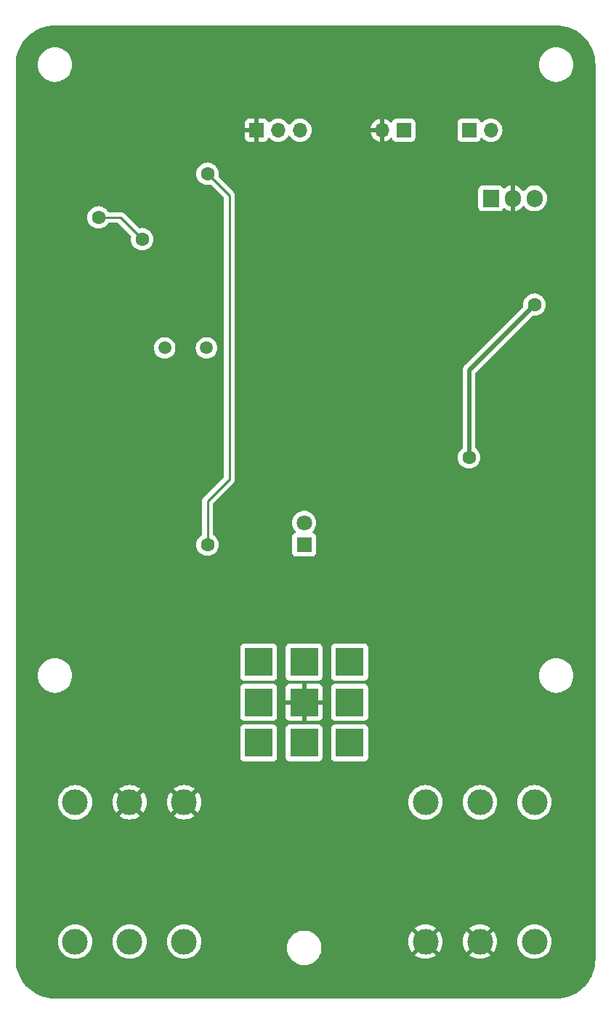
<source format=gbr>
%TF.GenerationSoftware,KiCad,Pcbnew,7.0.8*%
%TF.CreationDate,2023-11-14T15:55:11-08:00*%
%TF.ProjectId,guitar_pedal,67756974-6172-45f7-9065-64616c2e6b69,rev?*%
%TF.SameCoordinates,Original*%
%TF.FileFunction,Copper,L2,Bot*%
%TF.FilePolarity,Positive*%
%FSLAX46Y46*%
G04 Gerber Fmt 4.6, Leading zero omitted, Abs format (unit mm)*
G04 Created by KiCad (PCBNEW 7.0.8) date 2023-11-14 15:55:11*
%MOMM*%
%LPD*%
G01*
G04 APERTURE LIST*
%TA.AperFunction,ComponentPad*%
%ADD10R,1.905000X2.000000*%
%TD*%
%TA.AperFunction,ComponentPad*%
%ADD11O,1.905000X2.000000*%
%TD*%
%TA.AperFunction,ComponentPad*%
%ADD12R,1.800000X1.800000*%
%TD*%
%TA.AperFunction,ComponentPad*%
%ADD13C,1.800000*%
%TD*%
%TA.AperFunction,ComponentPad*%
%ADD14C,3.000000*%
%TD*%
%TA.AperFunction,ComponentPad*%
%ADD15C,1.500000*%
%TD*%
%TA.AperFunction,ComponentPad*%
%ADD16R,1.700000X1.700000*%
%TD*%
%TA.AperFunction,ComponentPad*%
%ADD17O,1.700000X1.700000*%
%TD*%
%TA.AperFunction,ComponentPad*%
%ADD18R,3.302000X3.302000*%
%TD*%
%TA.AperFunction,ViaPad*%
%ADD19C,1.600000*%
%TD*%
%TA.AperFunction,Conductor*%
%ADD20C,0.500000*%
%TD*%
%TA.AperFunction,Conductor*%
%ADD21C,0.250000*%
%TD*%
G04 APERTURE END LIST*
D10*
%TO.P,U2,1,IN*%
%TO.N,Net-(SW1-B)*%
X176735000Y-61285000D03*
D11*
%TO.P,U2,2,GND*%
%TO.N,GND*%
X179275000Y-61285000D03*
%TO.P,U2,3,OUT*%
%TO.N,+5V*%
X181815000Y-61285000D03*
%TD*%
D12*
%TO.P,D2,1,K*%
%TO.N,Net-(D2-K)*%
X154975000Y-101600000D03*
D13*
%TO.P,D2,2,A*%
%TO.N,Net-(D2-A)*%
X154975000Y-99060000D03*
%TD*%
D14*
%TO.P,J2,R*%
%TO.N,GND*%
X175465000Y-147815000D03*
%TO.P,J2,RN*%
%TO.N,unconnected-(J2-PadRN)*%
X175465000Y-131585000D03*
%TO.P,J2,S*%
%TO.N,GND*%
X169115000Y-147815000D03*
%TO.P,J2,SN*%
%TO.N,unconnected-(J2-PadSN)*%
X169115000Y-131585000D03*
%TO.P,J2,T*%
%TO.N,Net-(SW2-C2)*%
X181815000Y-147815000D03*
%TO.P,J2,TN*%
%TO.N,unconnected-(J2-PadTN)*%
X181815000Y-131585000D03*
%TD*%
D15*
%TO.P,Y1,1,1*%
%TO.N,Net-(U1-XTAL2)*%
X138725000Y-78700000D03*
%TO.P,Y1,2,2*%
%TO.N,Net-(U1-XTAL1)*%
X143605000Y-78700000D03*
%TD*%
D16*
%TO.P,RV1,1,1*%
%TO.N,GND*%
X149415000Y-53340000D03*
D17*
%TO.P,RV1,2,2*%
%TO.N,PA1*%
X151955000Y-53340000D03*
%TO.P,RV1,3,3*%
%TO.N,+5V*%
X154495000Y-53340000D03*
%TD*%
D16*
%TO.P,BT1,1,+*%
%TO.N,+9V*%
X166575000Y-53340000D03*
D17*
%TO.P,BT1,2,-*%
%TO.N,GND*%
X164035000Y-53340000D03*
%TD*%
D18*
%TO.P,SW2,1,A1*%
%TO.N,FX In*%
X149675000Y-115260000D03*
%TO.P,SW2,2,B1*%
%TO.N,Net-(D2-K)*%
X154975000Y-115260000D03*
%TO.P,SW2,3,C1*%
%TO.N,FX Out*%
X160275000Y-115260000D03*
%TO.P,SW2,4,A2*%
%TO.N,Net-(SW2-A2)*%
X149675000Y-119960000D03*
%TO.P,SW2,5,B2*%
%TO.N,GND*%
X154975000Y-119960000D03*
%TO.P,SW2,6,C2*%
%TO.N,Net-(SW2-C2)*%
X160275000Y-119960000D03*
%TO.P,SW2,7,A3*%
%TO.N,Net-(SW2-A3)*%
X149675000Y-124660000D03*
%TO.P,SW2,8,B3*%
%TO.N,unconnected-(SW2-B3-Pad8)*%
X154975000Y-124660000D03*
%TO.P,SW2,9,C3*%
%TO.N,Net-(SW2-A3)*%
X160275000Y-124660000D03*
%TD*%
D16*
%TO.P,SW1,1,A*%
%TO.N,+9V*%
X174195000Y-53340000D03*
D17*
%TO.P,SW1,2,B*%
%TO.N,Net-(SW1-B)*%
X176735000Y-53340000D03*
%TD*%
D14*
%TO.P,J1,R*%
%TO.N,GND*%
X134645000Y-131585000D03*
%TO.P,J1,RN*%
%TO.N,unconnected-(J1-PadRN)*%
X134645000Y-147815000D03*
%TO.P,J1,S*%
%TO.N,GND*%
X140995000Y-131585000D03*
%TO.P,J1,SN*%
%TO.N,unconnected-(J1-PadSN)*%
X140995000Y-147815000D03*
%TO.P,J1,T*%
%TO.N,Net-(SW2-A2)*%
X128295000Y-131585000D03*
%TO.P,J1,TN*%
%TO.N,unconnected-(J1-PadTN)*%
X128295000Y-147815000D03*
%TD*%
D19*
%TO.N,GND*%
X179275000Y-101600000D03*
X181815000Y-53340000D03*
X169115000Y-65520000D03*
X141175000Y-66040000D03*
X159833778Y-131582449D03*
X141175000Y-101600000D03*
X143715000Y-53340000D03*
X171655000Y-91440000D03*
%TO.N,+5V*%
X174195000Y-91440000D03*
X181815000Y-73660000D03*
%TO.N,Net-(J3-SCK)*%
X131015000Y-63500000D03*
X136095000Y-66040000D03*
%TO.N,PA0*%
X143715000Y-101600000D03*
X143715000Y-58420000D03*
%TD*%
D20*
%TO.N,+5V*%
X174195000Y-81280000D02*
X174195000Y-91440000D01*
X181815000Y-73660000D02*
X174195000Y-81280000D01*
D21*
%TO.N,Net-(J3-SCK)*%
X133555000Y-63500000D02*
X131015000Y-63500000D01*
X136095000Y-66040000D02*
X133555000Y-63500000D01*
%TO.N,PA0*%
X146255000Y-93980000D02*
X143715000Y-96520000D01*
X143715000Y-58420000D02*
X146255000Y-60960000D01*
X143715000Y-96520000D02*
X143715000Y-101600000D01*
X146255000Y-60960000D02*
X146255000Y-93980000D01*
%TD*%
%TA.AperFunction,Conductor*%
%TO.N,GND*%
G36*
X184372532Y-41141265D02*
G01*
X184751447Y-41157808D01*
X184756799Y-41158277D01*
X185147543Y-41209720D01*
X185152859Y-41210658D01*
X185537619Y-41295957D01*
X185542830Y-41297352D01*
X185918704Y-41415865D01*
X185923761Y-41417705D01*
X186287889Y-41568531D01*
X186292767Y-41570805D01*
X186642350Y-41752787D01*
X186647028Y-41755489D01*
X186979412Y-41967240D01*
X186983845Y-41970344D01*
X187296500Y-42210252D01*
X187300645Y-42213731D01*
X187591199Y-42479974D01*
X187595025Y-42483800D01*
X187861268Y-42774354D01*
X187864747Y-42778499D01*
X188104655Y-43091154D01*
X188107759Y-43095587D01*
X188319510Y-43427971D01*
X188322216Y-43432657D01*
X188479504Y-43734804D01*
X188504185Y-43782214D01*
X188506472Y-43787119D01*
X188657289Y-44151225D01*
X188659135Y-44156299D01*
X188777642Y-44532153D01*
X188779042Y-44537380D01*
X188864341Y-44922140D01*
X188865281Y-44927469D01*
X188916720Y-45318182D01*
X188917192Y-45323573D01*
X188934500Y-45720000D01*
X188934500Y-149860000D01*
X188917192Y-150256426D01*
X188916720Y-150261817D01*
X188865281Y-150652530D01*
X188864341Y-150657859D01*
X188779042Y-151042619D01*
X188777642Y-151047846D01*
X188659135Y-151423700D01*
X188657285Y-151428785D01*
X188506472Y-151792880D01*
X188504185Y-151797785D01*
X188322216Y-152147342D01*
X188319510Y-152152028D01*
X188107759Y-152484412D01*
X188104655Y-152488845D01*
X187864747Y-152801500D01*
X187861268Y-152805645D01*
X187595025Y-153096199D01*
X187591199Y-153100025D01*
X187300645Y-153366268D01*
X187296500Y-153369747D01*
X186983845Y-153609655D01*
X186979412Y-153612759D01*
X186647028Y-153824510D01*
X186642342Y-153827216D01*
X186292785Y-154009185D01*
X186287880Y-154011472D01*
X185923785Y-154162285D01*
X185918700Y-154164135D01*
X185542846Y-154282642D01*
X185537619Y-154284042D01*
X185152859Y-154369341D01*
X185147530Y-154370281D01*
X184756817Y-154421720D01*
X184751426Y-154422192D01*
X184355000Y-154439500D01*
X125935000Y-154439500D01*
X125538573Y-154422192D01*
X125533182Y-154421720D01*
X125142469Y-154370281D01*
X125137140Y-154369341D01*
X124752380Y-154284042D01*
X124747153Y-154282642D01*
X124371299Y-154164135D01*
X124366225Y-154162289D01*
X124002119Y-154011472D01*
X123997222Y-154009189D01*
X123647657Y-153827216D01*
X123642971Y-153824510D01*
X123310587Y-153612759D01*
X123306154Y-153609655D01*
X122993499Y-153369747D01*
X122989354Y-153366268D01*
X122698800Y-153100025D01*
X122694974Y-153096199D01*
X122428731Y-152805645D01*
X122425252Y-152801500D01*
X122185344Y-152488845D01*
X122182240Y-152484412D01*
X121970489Y-152152028D01*
X121967783Y-152147342D01*
X121785805Y-151797767D01*
X121783527Y-151792880D01*
X121632705Y-151428761D01*
X121630864Y-151423700D01*
X121615806Y-151375942D01*
X121512352Y-151047830D01*
X121510957Y-151042619D01*
X121425658Y-150657859D01*
X121424720Y-150652543D01*
X121373277Y-150261799D01*
X121372808Y-150256447D01*
X121355500Y-149860000D01*
X121355500Y-149794108D01*
X121355500Y-147815001D01*
X126289390Y-147815001D01*
X126309804Y-148100433D01*
X126370628Y-148380037D01*
X126370630Y-148380043D01*
X126370631Y-148380046D01*
X126426593Y-148530085D01*
X126470635Y-148648166D01*
X126607770Y-148899309D01*
X126607775Y-148899317D01*
X126779254Y-149128387D01*
X126779270Y-149128405D01*
X126981594Y-149330729D01*
X126981612Y-149330745D01*
X127210682Y-149502224D01*
X127210690Y-149502229D01*
X127461833Y-149639364D01*
X127461832Y-149639364D01*
X127461836Y-149639365D01*
X127461839Y-149639367D01*
X127729954Y-149739369D01*
X127729960Y-149739370D01*
X127729962Y-149739371D01*
X128009566Y-149800195D01*
X128009568Y-149800195D01*
X128009572Y-149800196D01*
X128263220Y-149818337D01*
X128294999Y-149820610D01*
X128295000Y-149820610D01*
X128295001Y-149820610D01*
X128323595Y-149818564D01*
X128580428Y-149800196D01*
X128608415Y-149794108D01*
X128860037Y-149739371D01*
X128860037Y-149739370D01*
X128860046Y-149739369D01*
X129128161Y-149639367D01*
X129379315Y-149502226D01*
X129608395Y-149330739D01*
X129810739Y-149128395D01*
X129982226Y-148899315D01*
X130119367Y-148648161D01*
X130219369Y-148380046D01*
X130280196Y-148100428D01*
X130300610Y-147815001D01*
X132639390Y-147815001D01*
X132659804Y-148100433D01*
X132720628Y-148380037D01*
X132720630Y-148380043D01*
X132720631Y-148380046D01*
X132776593Y-148530085D01*
X132820635Y-148648166D01*
X132957770Y-148899309D01*
X132957775Y-148899317D01*
X133129254Y-149128387D01*
X133129270Y-149128405D01*
X133331594Y-149330729D01*
X133331612Y-149330745D01*
X133560682Y-149502224D01*
X133560690Y-149502229D01*
X133811833Y-149639364D01*
X133811832Y-149639364D01*
X133811836Y-149639365D01*
X133811839Y-149639367D01*
X134079954Y-149739369D01*
X134079960Y-149739370D01*
X134079962Y-149739371D01*
X134359566Y-149800195D01*
X134359568Y-149800195D01*
X134359572Y-149800196D01*
X134613220Y-149818337D01*
X134644999Y-149820610D01*
X134645000Y-149820610D01*
X134645001Y-149820610D01*
X134673595Y-149818564D01*
X134930428Y-149800196D01*
X134958415Y-149794108D01*
X135210037Y-149739371D01*
X135210037Y-149739370D01*
X135210046Y-149739369D01*
X135478161Y-149639367D01*
X135729315Y-149502226D01*
X135958395Y-149330739D01*
X136160739Y-149128395D01*
X136332226Y-148899315D01*
X136469367Y-148648161D01*
X136569369Y-148380046D01*
X136630196Y-148100428D01*
X136650610Y-147815001D01*
X138989390Y-147815001D01*
X139009804Y-148100433D01*
X139070628Y-148380037D01*
X139070630Y-148380043D01*
X139070631Y-148380046D01*
X139126593Y-148530085D01*
X139170635Y-148648166D01*
X139307770Y-148899309D01*
X139307775Y-148899317D01*
X139479254Y-149128387D01*
X139479270Y-149128405D01*
X139681594Y-149330729D01*
X139681612Y-149330745D01*
X139910682Y-149502224D01*
X139910690Y-149502229D01*
X140161833Y-149639364D01*
X140161832Y-149639364D01*
X140161836Y-149639365D01*
X140161839Y-149639367D01*
X140429954Y-149739369D01*
X140429960Y-149739370D01*
X140429962Y-149739371D01*
X140709566Y-149800195D01*
X140709568Y-149800195D01*
X140709572Y-149800196D01*
X140963220Y-149818337D01*
X140994999Y-149820610D01*
X140995000Y-149820610D01*
X140995001Y-149820610D01*
X141023595Y-149818564D01*
X141280428Y-149800196D01*
X141308415Y-149794108D01*
X141560037Y-149739371D01*
X141560037Y-149739370D01*
X141560046Y-149739369D01*
X141828161Y-149639367D01*
X142079315Y-149502226D01*
X142308395Y-149330739D01*
X142510739Y-149128395D01*
X142682226Y-148899315D01*
X142819367Y-148648161D01*
X142863406Y-148530088D01*
X152985985Y-148530088D01*
X153006399Y-148815520D01*
X153067223Y-149095124D01*
X153167230Y-149363253D01*
X153304365Y-149614396D01*
X153304370Y-149614404D01*
X153475849Y-149843474D01*
X153475865Y-149843492D01*
X153678189Y-150045816D01*
X153678207Y-150045832D01*
X153907277Y-150217311D01*
X153907285Y-150217316D01*
X154158428Y-150354451D01*
X154158427Y-150354451D01*
X154158431Y-150354452D01*
X154158434Y-150354454D01*
X154426549Y-150454456D01*
X154426555Y-150454457D01*
X154426557Y-150454458D01*
X154706161Y-150515282D01*
X154706163Y-150515282D01*
X154706167Y-150515283D01*
X154920147Y-150530587D01*
X155063043Y-150530587D01*
X155277023Y-150515283D01*
X155556641Y-150454456D01*
X155824756Y-150354454D01*
X156075910Y-150217313D01*
X156304990Y-150045826D01*
X156507334Y-149843482D01*
X156678821Y-149614402D01*
X156815962Y-149363248D01*
X156915964Y-149095133D01*
X156958561Y-148899317D01*
X156976790Y-148815520D01*
X156976790Y-148815519D01*
X156976791Y-148815515D01*
X156997205Y-148530087D01*
X156976791Y-148244659D01*
X156970462Y-148215566D01*
X156915966Y-147965049D01*
X156915965Y-147965047D01*
X156915964Y-147965041D01*
X156860002Y-147815001D01*
X167109891Y-147815001D01*
X167130300Y-148100362D01*
X167191109Y-148379895D01*
X167291091Y-148647958D01*
X167428191Y-148899038D01*
X167428196Y-148899046D01*
X167534882Y-149041561D01*
X167534883Y-149041562D01*
X168474859Y-148101586D01*
X168534680Y-148215566D01*
X168647405Y-148342806D01*
X168787305Y-148439371D01*
X168828542Y-148455010D01*
X167888436Y-149395115D01*
X168030960Y-149501807D01*
X168030961Y-149501808D01*
X168282042Y-149638908D01*
X168282041Y-149638908D01*
X168550104Y-149738890D01*
X168829637Y-149799699D01*
X169114999Y-149820109D01*
X169115001Y-149820109D01*
X169400362Y-149799699D01*
X169679895Y-149738890D01*
X169947958Y-149638908D01*
X170199047Y-149501803D01*
X170341561Y-149395116D01*
X170341562Y-149395115D01*
X169401458Y-148455010D01*
X169442695Y-148439371D01*
X169582595Y-148342806D01*
X169695320Y-148215566D01*
X169755140Y-148101587D01*
X170695115Y-149041562D01*
X170695116Y-149041561D01*
X170801803Y-148899047D01*
X170938908Y-148647958D01*
X171038890Y-148379895D01*
X171099699Y-148100362D01*
X171120109Y-147815001D01*
X173459891Y-147815001D01*
X173480300Y-148100362D01*
X173541109Y-148379895D01*
X173641091Y-148647958D01*
X173778191Y-148899038D01*
X173778196Y-148899046D01*
X173884882Y-149041561D01*
X173884883Y-149041562D01*
X174824859Y-148101586D01*
X174884680Y-148215566D01*
X174997405Y-148342806D01*
X175137305Y-148439371D01*
X175178542Y-148455010D01*
X174238436Y-149395115D01*
X174380960Y-149501807D01*
X174380961Y-149501808D01*
X174632042Y-149638908D01*
X174632041Y-149638908D01*
X174900104Y-149738890D01*
X175179637Y-149799699D01*
X175464999Y-149820109D01*
X175465001Y-149820109D01*
X175750362Y-149799699D01*
X176029895Y-149738890D01*
X176297958Y-149638908D01*
X176549047Y-149501803D01*
X176691561Y-149395116D01*
X176691562Y-149395115D01*
X175751458Y-148455010D01*
X175792695Y-148439371D01*
X175932595Y-148342806D01*
X176045320Y-148215566D01*
X176105140Y-148101587D01*
X177045115Y-149041562D01*
X177045116Y-149041561D01*
X177151803Y-148899047D01*
X177288908Y-148647958D01*
X177388890Y-148379895D01*
X177449699Y-148100362D01*
X177470109Y-147815001D01*
X179809390Y-147815001D01*
X179829804Y-148100433D01*
X179890628Y-148380037D01*
X179890630Y-148380043D01*
X179890631Y-148380046D01*
X179946593Y-148530085D01*
X179990635Y-148648166D01*
X180127770Y-148899309D01*
X180127775Y-148899317D01*
X180299254Y-149128387D01*
X180299270Y-149128405D01*
X180501594Y-149330729D01*
X180501612Y-149330745D01*
X180730682Y-149502224D01*
X180730690Y-149502229D01*
X180981833Y-149639364D01*
X180981832Y-149639364D01*
X180981836Y-149639365D01*
X180981839Y-149639367D01*
X181249954Y-149739369D01*
X181249960Y-149739370D01*
X181249962Y-149739371D01*
X181529566Y-149800195D01*
X181529568Y-149800195D01*
X181529572Y-149800196D01*
X181783220Y-149818337D01*
X181814999Y-149820610D01*
X181815000Y-149820610D01*
X181815001Y-149820610D01*
X181843595Y-149818564D01*
X182100428Y-149800196D01*
X182128415Y-149794108D01*
X182380037Y-149739371D01*
X182380037Y-149739370D01*
X182380046Y-149739369D01*
X182648161Y-149639367D01*
X182899315Y-149502226D01*
X183128395Y-149330739D01*
X183330739Y-149128395D01*
X183502226Y-148899315D01*
X183639367Y-148648161D01*
X183739369Y-148380046D01*
X183800196Y-148100428D01*
X183820610Y-147815000D01*
X183800196Y-147529572D01*
X183781966Y-147445772D01*
X183739371Y-147249962D01*
X183739370Y-147249960D01*
X183739369Y-147249954D01*
X183639367Y-146981839D01*
X183502372Y-146730953D01*
X183502229Y-146730690D01*
X183502224Y-146730682D01*
X183330745Y-146501612D01*
X183330729Y-146501594D01*
X183128405Y-146299270D01*
X183128387Y-146299254D01*
X182899317Y-146127775D01*
X182899309Y-146127770D01*
X182648166Y-145990635D01*
X182648167Y-145990635D01*
X182540915Y-145950632D01*
X182380046Y-145890631D01*
X182380043Y-145890630D01*
X182380037Y-145890628D01*
X182100433Y-145829804D01*
X181815001Y-145809390D01*
X181814999Y-145809390D01*
X181529566Y-145829804D01*
X181249962Y-145890628D01*
X180981833Y-145990635D01*
X180730690Y-146127770D01*
X180730682Y-146127775D01*
X180501612Y-146299254D01*
X180501594Y-146299270D01*
X180299270Y-146501594D01*
X180299254Y-146501612D01*
X180127775Y-146730682D01*
X180127770Y-146730690D01*
X179990635Y-146981833D01*
X179890628Y-147249962D01*
X179829804Y-147529566D01*
X179809390Y-147814998D01*
X179809390Y-147815001D01*
X177470109Y-147815001D01*
X177470109Y-147814998D01*
X177449699Y-147529637D01*
X177388890Y-147250104D01*
X177288908Y-146982041D01*
X177151808Y-146730961D01*
X177151807Y-146730960D01*
X177045115Y-146588436D01*
X176105139Y-147528412D01*
X176045320Y-147414434D01*
X175932595Y-147287194D01*
X175792695Y-147190629D01*
X175751457Y-147174989D01*
X176691562Y-146234883D01*
X176691561Y-146234882D01*
X176549046Y-146128196D01*
X176549038Y-146128191D01*
X176297957Y-145991091D01*
X176297958Y-145991091D01*
X176029895Y-145891109D01*
X175750362Y-145830300D01*
X175465001Y-145809891D01*
X175464999Y-145809891D01*
X175179637Y-145830300D01*
X174900104Y-145891109D01*
X174632041Y-145991091D01*
X174380961Y-146128191D01*
X174380953Y-146128196D01*
X174238437Y-146234882D01*
X174238436Y-146234883D01*
X175178543Y-147174989D01*
X175137305Y-147190629D01*
X174997405Y-147287194D01*
X174884680Y-147414434D01*
X174824859Y-147528412D01*
X173884883Y-146588436D01*
X173884882Y-146588437D01*
X173778196Y-146730953D01*
X173778191Y-146730961D01*
X173641091Y-146982041D01*
X173541109Y-147250104D01*
X173480300Y-147529637D01*
X173459891Y-147814998D01*
X173459891Y-147815001D01*
X171120109Y-147815001D01*
X171120109Y-147814998D01*
X171099699Y-147529637D01*
X171038890Y-147250104D01*
X170938908Y-146982041D01*
X170801808Y-146730961D01*
X170801807Y-146730960D01*
X170695115Y-146588436D01*
X169755139Y-147528412D01*
X169695320Y-147414434D01*
X169582595Y-147287194D01*
X169442695Y-147190629D01*
X169401457Y-147174989D01*
X170341562Y-146234883D01*
X170341561Y-146234882D01*
X170199046Y-146128196D01*
X170199038Y-146128191D01*
X169947957Y-145991091D01*
X169947958Y-145991091D01*
X169679895Y-145891109D01*
X169400362Y-145830300D01*
X169115001Y-145809891D01*
X169114999Y-145809891D01*
X168829637Y-145830300D01*
X168550104Y-145891109D01*
X168282041Y-145991091D01*
X168030961Y-146128191D01*
X168030953Y-146128196D01*
X167888437Y-146234882D01*
X167888436Y-146234883D01*
X168828543Y-147174989D01*
X168787305Y-147190629D01*
X168647405Y-147287194D01*
X168534680Y-147414434D01*
X168474859Y-147528412D01*
X167534883Y-146588436D01*
X167534882Y-146588437D01*
X167428196Y-146730953D01*
X167428191Y-146730961D01*
X167291091Y-146982041D01*
X167191109Y-147250104D01*
X167130300Y-147529637D01*
X167109891Y-147814998D01*
X167109891Y-147815001D01*
X156860002Y-147815001D01*
X156815962Y-147696926D01*
X156724579Y-147529572D01*
X156678824Y-147445777D01*
X156678819Y-147445769D01*
X156507340Y-147216699D01*
X156507324Y-147216681D01*
X156305000Y-147014357D01*
X156304982Y-147014341D01*
X156075912Y-146842862D01*
X156075904Y-146842857D01*
X155824761Y-146705722D01*
X155824762Y-146705722D01*
X155717510Y-146665719D01*
X155556641Y-146605718D01*
X155556638Y-146605717D01*
X155556632Y-146605715D01*
X155277028Y-146544891D01*
X155063043Y-146529587D01*
X154920147Y-146529587D01*
X154706161Y-146544891D01*
X154426557Y-146605715D01*
X154158428Y-146705722D01*
X153907285Y-146842857D01*
X153907277Y-146842862D01*
X153678207Y-147014341D01*
X153678189Y-147014357D01*
X153475865Y-147216681D01*
X153475849Y-147216699D01*
X153304370Y-147445769D01*
X153304365Y-147445777D01*
X153167230Y-147696920D01*
X153067223Y-147965049D01*
X153006399Y-148244653D01*
X152985985Y-148530085D01*
X152985985Y-148530088D01*
X142863406Y-148530088D01*
X142919369Y-148380046D01*
X142980196Y-148100428D01*
X143000610Y-147815000D01*
X142980196Y-147529572D01*
X142961966Y-147445772D01*
X142919371Y-147249962D01*
X142919370Y-147249960D01*
X142919369Y-147249954D01*
X142819367Y-146981839D01*
X142682372Y-146730953D01*
X142682229Y-146730690D01*
X142682224Y-146730682D01*
X142510745Y-146501612D01*
X142510729Y-146501594D01*
X142308405Y-146299270D01*
X142308387Y-146299254D01*
X142079317Y-146127775D01*
X142079309Y-146127770D01*
X141828166Y-145990635D01*
X141828167Y-145990635D01*
X141720915Y-145950632D01*
X141560046Y-145890631D01*
X141560043Y-145890630D01*
X141560037Y-145890628D01*
X141280433Y-145829804D01*
X140995001Y-145809390D01*
X140994999Y-145809390D01*
X140709566Y-145829804D01*
X140429962Y-145890628D01*
X140161833Y-145990635D01*
X139910690Y-146127770D01*
X139910682Y-146127775D01*
X139681612Y-146299254D01*
X139681594Y-146299270D01*
X139479270Y-146501594D01*
X139479254Y-146501612D01*
X139307775Y-146730682D01*
X139307770Y-146730690D01*
X139170635Y-146981833D01*
X139070628Y-147249962D01*
X139009804Y-147529566D01*
X138989390Y-147814998D01*
X138989390Y-147815001D01*
X136650610Y-147815001D01*
X136650610Y-147815000D01*
X136630196Y-147529572D01*
X136611966Y-147445772D01*
X136569371Y-147249962D01*
X136569370Y-147249960D01*
X136569369Y-147249954D01*
X136469367Y-146981839D01*
X136332372Y-146730953D01*
X136332229Y-146730690D01*
X136332224Y-146730682D01*
X136160745Y-146501612D01*
X136160729Y-146501594D01*
X135958405Y-146299270D01*
X135958387Y-146299254D01*
X135729317Y-146127775D01*
X135729309Y-146127770D01*
X135478166Y-145990635D01*
X135478167Y-145990635D01*
X135370915Y-145950632D01*
X135210046Y-145890631D01*
X135210043Y-145890630D01*
X135210037Y-145890628D01*
X134930433Y-145829804D01*
X134645001Y-145809390D01*
X134644999Y-145809390D01*
X134359566Y-145829804D01*
X134079962Y-145890628D01*
X133811833Y-145990635D01*
X133560690Y-146127770D01*
X133560682Y-146127775D01*
X133331612Y-146299254D01*
X133331594Y-146299270D01*
X133129270Y-146501594D01*
X133129254Y-146501612D01*
X132957775Y-146730682D01*
X132957770Y-146730690D01*
X132820635Y-146981833D01*
X132720628Y-147249962D01*
X132659804Y-147529566D01*
X132639390Y-147814998D01*
X132639390Y-147815001D01*
X130300610Y-147815001D01*
X130300610Y-147815000D01*
X130280196Y-147529572D01*
X130261966Y-147445772D01*
X130219371Y-147249962D01*
X130219370Y-147249960D01*
X130219369Y-147249954D01*
X130119367Y-146981839D01*
X129982372Y-146730953D01*
X129982229Y-146730690D01*
X129982224Y-146730682D01*
X129810745Y-146501612D01*
X129810729Y-146501594D01*
X129608405Y-146299270D01*
X129608387Y-146299254D01*
X129379317Y-146127775D01*
X129379309Y-146127770D01*
X129128166Y-145990635D01*
X129128167Y-145990635D01*
X129020915Y-145950632D01*
X128860046Y-145890631D01*
X128860043Y-145890630D01*
X128860037Y-145890628D01*
X128580433Y-145829804D01*
X128295001Y-145809390D01*
X128294999Y-145809390D01*
X128009566Y-145829804D01*
X127729962Y-145890628D01*
X127461833Y-145990635D01*
X127210690Y-146127770D01*
X127210682Y-146127775D01*
X126981612Y-146299254D01*
X126981594Y-146299270D01*
X126779270Y-146501594D01*
X126779254Y-146501612D01*
X126607775Y-146730682D01*
X126607770Y-146730690D01*
X126470635Y-146981833D01*
X126370628Y-147249962D01*
X126309804Y-147529566D01*
X126289390Y-147814998D01*
X126289390Y-147815001D01*
X121355500Y-147815001D01*
X121355500Y-131585001D01*
X126289390Y-131585001D01*
X126309804Y-131870433D01*
X126370628Y-132150037D01*
X126370630Y-132150043D01*
X126370631Y-132150046D01*
X126470557Y-132417958D01*
X126470635Y-132418166D01*
X126607770Y-132669309D01*
X126607775Y-132669317D01*
X126779254Y-132898387D01*
X126779270Y-132898405D01*
X126981594Y-133100729D01*
X126981612Y-133100745D01*
X127210682Y-133272224D01*
X127210690Y-133272229D01*
X127461833Y-133409364D01*
X127461832Y-133409364D01*
X127461836Y-133409365D01*
X127461839Y-133409367D01*
X127729954Y-133509369D01*
X127729960Y-133509370D01*
X127729962Y-133509371D01*
X128009566Y-133570195D01*
X128009568Y-133570195D01*
X128009572Y-133570196D01*
X128263220Y-133588337D01*
X128294999Y-133590610D01*
X128295000Y-133590610D01*
X128295001Y-133590610D01*
X128323595Y-133588564D01*
X128580428Y-133570196D01*
X128860046Y-133509369D01*
X129128161Y-133409367D01*
X129379315Y-133272226D01*
X129608395Y-133100739D01*
X129810739Y-132898395D01*
X129982226Y-132669315D01*
X130119367Y-132418161D01*
X130219369Y-132150046D01*
X130280196Y-131870428D01*
X130300610Y-131585001D01*
X132639891Y-131585001D01*
X132660300Y-131870362D01*
X132721109Y-132149895D01*
X132821091Y-132417958D01*
X132958191Y-132669038D01*
X132958196Y-132669046D01*
X133064882Y-132811561D01*
X133064883Y-132811562D01*
X134004859Y-131871586D01*
X134064680Y-131985566D01*
X134177405Y-132112806D01*
X134317305Y-132209371D01*
X134358542Y-132225010D01*
X133418436Y-133165115D01*
X133560960Y-133271807D01*
X133560961Y-133271808D01*
X133812042Y-133408908D01*
X133812041Y-133408908D01*
X134080104Y-133508890D01*
X134359637Y-133569699D01*
X134644999Y-133590109D01*
X134645001Y-133590109D01*
X134930362Y-133569699D01*
X135209895Y-133508890D01*
X135477958Y-133408908D01*
X135729047Y-133271803D01*
X135871561Y-133165116D01*
X135871562Y-133165115D01*
X134931458Y-132225010D01*
X134972695Y-132209371D01*
X135112595Y-132112806D01*
X135225320Y-131985566D01*
X135285140Y-131871587D01*
X136225115Y-132811562D01*
X136225116Y-132811561D01*
X136331803Y-132669047D01*
X136468908Y-132417958D01*
X136568890Y-132149895D01*
X136629699Y-131870362D01*
X136650109Y-131585001D01*
X138989891Y-131585001D01*
X139010300Y-131870362D01*
X139071109Y-132149895D01*
X139171091Y-132417958D01*
X139308191Y-132669038D01*
X139308196Y-132669046D01*
X139414882Y-132811561D01*
X139414883Y-132811562D01*
X140354859Y-131871586D01*
X140414680Y-131985566D01*
X140527405Y-132112806D01*
X140667305Y-132209371D01*
X140708542Y-132225010D01*
X139768436Y-133165115D01*
X139910960Y-133271807D01*
X139910961Y-133271808D01*
X140162042Y-133408908D01*
X140162041Y-133408908D01*
X140430104Y-133508890D01*
X140709637Y-133569699D01*
X140994999Y-133590109D01*
X140995001Y-133590109D01*
X141280362Y-133569699D01*
X141559895Y-133508890D01*
X141827958Y-133408908D01*
X142079047Y-133271803D01*
X142221561Y-133165116D01*
X142221562Y-133165115D01*
X141281458Y-132225010D01*
X141322695Y-132209371D01*
X141462595Y-132112806D01*
X141575320Y-131985566D01*
X141635140Y-131871587D01*
X142575115Y-132811562D01*
X142575116Y-132811561D01*
X142681803Y-132669047D01*
X142818908Y-132417958D01*
X142918890Y-132149895D01*
X142979699Y-131870362D01*
X143000109Y-131585001D01*
X167109390Y-131585001D01*
X167129804Y-131870433D01*
X167190628Y-132150037D01*
X167190630Y-132150043D01*
X167190631Y-132150046D01*
X167290557Y-132417958D01*
X167290635Y-132418166D01*
X167427770Y-132669309D01*
X167427775Y-132669317D01*
X167599254Y-132898387D01*
X167599270Y-132898405D01*
X167801594Y-133100729D01*
X167801612Y-133100745D01*
X168030682Y-133272224D01*
X168030690Y-133272229D01*
X168281833Y-133409364D01*
X168281832Y-133409364D01*
X168281836Y-133409365D01*
X168281839Y-133409367D01*
X168549954Y-133509369D01*
X168549960Y-133509370D01*
X168549962Y-133509371D01*
X168829566Y-133570195D01*
X168829568Y-133570195D01*
X168829572Y-133570196D01*
X169083220Y-133588337D01*
X169114999Y-133590610D01*
X169115000Y-133590610D01*
X169115001Y-133590610D01*
X169143595Y-133588564D01*
X169400428Y-133570196D01*
X169680046Y-133509369D01*
X169948161Y-133409367D01*
X170199315Y-133272226D01*
X170428395Y-133100739D01*
X170630739Y-132898395D01*
X170802226Y-132669315D01*
X170939367Y-132418161D01*
X171039369Y-132150046D01*
X171100196Y-131870428D01*
X171120610Y-131585001D01*
X173459390Y-131585001D01*
X173479804Y-131870433D01*
X173540628Y-132150037D01*
X173540630Y-132150043D01*
X173540631Y-132150046D01*
X173640557Y-132417958D01*
X173640635Y-132418166D01*
X173777770Y-132669309D01*
X173777775Y-132669317D01*
X173949254Y-132898387D01*
X173949270Y-132898405D01*
X174151594Y-133100729D01*
X174151612Y-133100745D01*
X174380682Y-133272224D01*
X174380690Y-133272229D01*
X174631833Y-133409364D01*
X174631832Y-133409364D01*
X174631836Y-133409365D01*
X174631839Y-133409367D01*
X174899954Y-133509369D01*
X174899960Y-133509370D01*
X174899962Y-133509371D01*
X175179566Y-133570195D01*
X175179568Y-133570195D01*
X175179572Y-133570196D01*
X175433220Y-133588337D01*
X175464999Y-133590610D01*
X175465000Y-133590610D01*
X175465001Y-133590610D01*
X175493595Y-133588564D01*
X175750428Y-133570196D01*
X176030046Y-133509369D01*
X176298161Y-133409367D01*
X176549315Y-133272226D01*
X176778395Y-133100739D01*
X176980739Y-132898395D01*
X177152226Y-132669315D01*
X177289367Y-132418161D01*
X177389369Y-132150046D01*
X177450196Y-131870428D01*
X177470610Y-131585001D01*
X179809390Y-131585001D01*
X179829804Y-131870433D01*
X179890628Y-132150037D01*
X179890630Y-132150043D01*
X179890631Y-132150046D01*
X179990557Y-132417958D01*
X179990635Y-132418166D01*
X180127770Y-132669309D01*
X180127775Y-132669317D01*
X180299254Y-132898387D01*
X180299270Y-132898405D01*
X180501594Y-133100729D01*
X180501612Y-133100745D01*
X180730682Y-133272224D01*
X180730690Y-133272229D01*
X180981833Y-133409364D01*
X180981832Y-133409364D01*
X180981836Y-133409365D01*
X180981839Y-133409367D01*
X181249954Y-133509369D01*
X181249960Y-133509370D01*
X181249962Y-133509371D01*
X181529566Y-133570195D01*
X181529568Y-133570195D01*
X181529572Y-133570196D01*
X181783220Y-133588337D01*
X181814999Y-133590610D01*
X181815000Y-133590610D01*
X181815001Y-133590610D01*
X181843595Y-133588564D01*
X182100428Y-133570196D01*
X182380046Y-133509369D01*
X182648161Y-133409367D01*
X182899315Y-133272226D01*
X183128395Y-133100739D01*
X183330739Y-132898395D01*
X183502226Y-132669315D01*
X183639367Y-132418161D01*
X183739369Y-132150046D01*
X183800196Y-131870428D01*
X183820610Y-131585000D01*
X183800196Y-131299572D01*
X183775149Y-131184434D01*
X183739371Y-131019962D01*
X183739370Y-131019960D01*
X183739369Y-131019954D01*
X183639367Y-130751839D01*
X183502372Y-130500953D01*
X183502229Y-130500690D01*
X183502224Y-130500682D01*
X183330745Y-130271612D01*
X183330729Y-130271594D01*
X183128405Y-130069270D01*
X183128387Y-130069254D01*
X182899317Y-129897775D01*
X182899309Y-129897770D01*
X182648166Y-129760635D01*
X182648167Y-129760635D01*
X182540915Y-129720632D01*
X182380046Y-129660631D01*
X182380043Y-129660630D01*
X182380037Y-129660628D01*
X182100433Y-129599804D01*
X181815001Y-129579390D01*
X181814999Y-129579390D01*
X181529566Y-129599804D01*
X181249962Y-129660628D01*
X180981833Y-129760635D01*
X180730690Y-129897770D01*
X180730682Y-129897775D01*
X180501612Y-130069254D01*
X180501594Y-130069270D01*
X180299270Y-130271594D01*
X180299254Y-130271612D01*
X180127775Y-130500682D01*
X180127770Y-130500690D01*
X179990635Y-130751833D01*
X179890628Y-131019962D01*
X179829804Y-131299566D01*
X179809390Y-131584998D01*
X179809390Y-131585001D01*
X177470610Y-131585001D01*
X177470610Y-131585000D01*
X177450196Y-131299572D01*
X177425149Y-131184434D01*
X177389371Y-131019962D01*
X177389370Y-131019960D01*
X177389369Y-131019954D01*
X177289367Y-130751839D01*
X177152372Y-130500953D01*
X177152229Y-130500690D01*
X177152224Y-130500682D01*
X176980745Y-130271612D01*
X176980729Y-130271594D01*
X176778405Y-130069270D01*
X176778387Y-130069254D01*
X176549317Y-129897775D01*
X176549309Y-129897770D01*
X176298166Y-129760635D01*
X176298167Y-129760635D01*
X176190915Y-129720632D01*
X176030046Y-129660631D01*
X176030043Y-129660630D01*
X176030037Y-129660628D01*
X175750433Y-129599804D01*
X175465001Y-129579390D01*
X175464999Y-129579390D01*
X175179566Y-129599804D01*
X174899962Y-129660628D01*
X174631833Y-129760635D01*
X174380690Y-129897770D01*
X174380682Y-129897775D01*
X174151612Y-130069254D01*
X174151594Y-130069270D01*
X173949270Y-130271594D01*
X173949254Y-130271612D01*
X173777775Y-130500682D01*
X173777770Y-130500690D01*
X173640635Y-130751833D01*
X173540628Y-131019962D01*
X173479804Y-131299566D01*
X173459390Y-131584998D01*
X173459390Y-131585001D01*
X171120610Y-131585001D01*
X171120610Y-131585000D01*
X171100196Y-131299572D01*
X171075149Y-131184434D01*
X171039371Y-131019962D01*
X171039370Y-131019960D01*
X171039369Y-131019954D01*
X170939367Y-130751839D01*
X170802372Y-130500953D01*
X170802229Y-130500690D01*
X170802224Y-130500682D01*
X170630745Y-130271612D01*
X170630729Y-130271594D01*
X170428405Y-130069270D01*
X170428387Y-130069254D01*
X170199317Y-129897775D01*
X170199309Y-129897770D01*
X169948166Y-129760635D01*
X169948167Y-129760635D01*
X169840915Y-129720632D01*
X169680046Y-129660631D01*
X169680043Y-129660630D01*
X169680037Y-129660628D01*
X169400433Y-129599804D01*
X169115001Y-129579390D01*
X169114999Y-129579390D01*
X168829566Y-129599804D01*
X168549962Y-129660628D01*
X168281833Y-129760635D01*
X168030690Y-129897770D01*
X168030682Y-129897775D01*
X167801612Y-130069254D01*
X167801594Y-130069270D01*
X167599270Y-130271594D01*
X167599254Y-130271612D01*
X167427775Y-130500682D01*
X167427770Y-130500690D01*
X167290635Y-130751833D01*
X167190628Y-131019962D01*
X167129804Y-131299566D01*
X167109390Y-131584998D01*
X167109390Y-131585001D01*
X143000109Y-131585001D01*
X143000109Y-131584998D01*
X142979699Y-131299637D01*
X142918890Y-131020104D01*
X142818908Y-130752041D01*
X142681808Y-130500961D01*
X142681807Y-130500960D01*
X142575115Y-130358436D01*
X141635139Y-131298412D01*
X141575320Y-131184434D01*
X141462595Y-131057194D01*
X141322695Y-130960629D01*
X141281457Y-130944989D01*
X142221562Y-130004883D01*
X142221561Y-130004882D01*
X142079046Y-129898196D01*
X142079038Y-129898191D01*
X141827957Y-129761091D01*
X141827958Y-129761091D01*
X141559895Y-129661109D01*
X141280362Y-129600300D01*
X140995001Y-129579891D01*
X140994999Y-129579891D01*
X140709637Y-129600300D01*
X140430104Y-129661109D01*
X140162041Y-129761091D01*
X139910961Y-129898191D01*
X139910953Y-129898196D01*
X139768437Y-130004882D01*
X139768436Y-130004883D01*
X140708543Y-130944989D01*
X140667305Y-130960629D01*
X140527405Y-131057194D01*
X140414680Y-131184434D01*
X140354859Y-131298412D01*
X139414883Y-130358436D01*
X139414882Y-130358437D01*
X139308196Y-130500953D01*
X139308191Y-130500961D01*
X139171091Y-130752041D01*
X139071109Y-131020104D01*
X139010300Y-131299637D01*
X138989891Y-131584998D01*
X138989891Y-131585001D01*
X136650109Y-131585001D01*
X136650109Y-131584998D01*
X136629699Y-131299637D01*
X136568890Y-131020104D01*
X136468908Y-130752041D01*
X136331808Y-130500961D01*
X136331807Y-130500960D01*
X136225115Y-130358436D01*
X135285139Y-131298412D01*
X135225320Y-131184434D01*
X135112595Y-131057194D01*
X134972695Y-130960629D01*
X134931457Y-130944989D01*
X135871562Y-130004883D01*
X135871561Y-130004882D01*
X135729046Y-129898196D01*
X135729038Y-129898191D01*
X135477957Y-129761091D01*
X135477958Y-129761091D01*
X135209895Y-129661109D01*
X134930362Y-129600300D01*
X134645001Y-129579891D01*
X134644999Y-129579891D01*
X134359637Y-129600300D01*
X134080104Y-129661109D01*
X133812041Y-129761091D01*
X133560961Y-129898191D01*
X133560953Y-129898196D01*
X133418437Y-130004882D01*
X133418436Y-130004883D01*
X134358543Y-130944989D01*
X134317305Y-130960629D01*
X134177405Y-131057194D01*
X134064680Y-131184434D01*
X134004859Y-131298412D01*
X133064883Y-130358436D01*
X133064882Y-130358437D01*
X132958196Y-130500953D01*
X132958191Y-130500961D01*
X132821091Y-130752041D01*
X132721109Y-131020104D01*
X132660300Y-131299637D01*
X132639891Y-131584998D01*
X132639891Y-131585001D01*
X130300610Y-131585001D01*
X130300610Y-131585000D01*
X130280196Y-131299572D01*
X130255149Y-131184434D01*
X130219371Y-131019962D01*
X130219370Y-131019960D01*
X130219369Y-131019954D01*
X130119367Y-130751839D01*
X129982372Y-130500953D01*
X129982229Y-130500690D01*
X129982224Y-130500682D01*
X129810745Y-130271612D01*
X129810729Y-130271594D01*
X129608405Y-130069270D01*
X129608387Y-130069254D01*
X129379317Y-129897775D01*
X129379309Y-129897770D01*
X129128166Y-129760635D01*
X129128167Y-129760635D01*
X129020915Y-129720632D01*
X128860046Y-129660631D01*
X128860043Y-129660630D01*
X128860037Y-129660628D01*
X128580433Y-129599804D01*
X128295001Y-129579390D01*
X128294999Y-129579390D01*
X128009566Y-129599804D01*
X127729962Y-129660628D01*
X127461833Y-129760635D01*
X127210690Y-129897770D01*
X127210682Y-129897775D01*
X126981612Y-130069254D01*
X126981594Y-130069270D01*
X126779270Y-130271594D01*
X126779254Y-130271612D01*
X126607775Y-130500682D01*
X126607770Y-130500690D01*
X126470635Y-130751833D01*
X126370628Y-131019962D01*
X126309804Y-131299566D01*
X126289390Y-131584998D01*
X126289390Y-131585001D01*
X121355500Y-131585001D01*
X121355500Y-126358870D01*
X147523500Y-126358870D01*
X147523501Y-126358876D01*
X147529908Y-126418483D01*
X147580202Y-126553328D01*
X147580206Y-126553335D01*
X147666452Y-126668544D01*
X147666455Y-126668547D01*
X147781664Y-126754793D01*
X147781671Y-126754797D01*
X147916517Y-126805091D01*
X147916516Y-126805091D01*
X147923444Y-126805835D01*
X147976127Y-126811500D01*
X151373872Y-126811499D01*
X151433483Y-126805091D01*
X151568331Y-126754796D01*
X151683546Y-126668546D01*
X151769796Y-126553331D01*
X151820091Y-126418483D01*
X151826500Y-126358873D01*
X151826500Y-126358870D01*
X152823500Y-126358870D01*
X152823501Y-126358876D01*
X152829908Y-126418483D01*
X152880202Y-126553328D01*
X152880206Y-126553335D01*
X152966452Y-126668544D01*
X152966455Y-126668547D01*
X153081664Y-126754793D01*
X153081671Y-126754797D01*
X153216517Y-126805091D01*
X153216516Y-126805091D01*
X153223444Y-126805835D01*
X153276127Y-126811500D01*
X156673872Y-126811499D01*
X156733483Y-126805091D01*
X156868331Y-126754796D01*
X156983546Y-126668546D01*
X157069796Y-126553331D01*
X157120091Y-126418483D01*
X157126500Y-126358873D01*
X157126500Y-126358870D01*
X158123500Y-126358870D01*
X158123501Y-126358876D01*
X158129908Y-126418483D01*
X158180202Y-126553328D01*
X158180206Y-126553335D01*
X158266452Y-126668544D01*
X158266455Y-126668547D01*
X158381664Y-126754793D01*
X158381671Y-126754797D01*
X158516517Y-126805091D01*
X158516516Y-126805091D01*
X158523444Y-126805835D01*
X158576127Y-126811500D01*
X161973872Y-126811499D01*
X162033483Y-126805091D01*
X162168331Y-126754796D01*
X162283546Y-126668546D01*
X162369796Y-126553331D01*
X162420091Y-126418483D01*
X162426500Y-126358873D01*
X162426499Y-122961128D01*
X162420091Y-122901517D01*
X162369796Y-122766669D01*
X162369795Y-122766668D01*
X162369793Y-122766664D01*
X162283547Y-122651455D01*
X162283544Y-122651452D01*
X162168335Y-122565206D01*
X162168328Y-122565202D01*
X162033482Y-122514908D01*
X162033483Y-122514908D01*
X161973883Y-122508501D01*
X161973881Y-122508500D01*
X161973873Y-122508500D01*
X161973864Y-122508500D01*
X158576129Y-122508500D01*
X158576123Y-122508501D01*
X158516516Y-122514908D01*
X158381671Y-122565202D01*
X158381664Y-122565206D01*
X158266455Y-122651452D01*
X158266452Y-122651455D01*
X158180206Y-122766664D01*
X158180202Y-122766671D01*
X158129908Y-122901517D01*
X158123501Y-122961116D01*
X158123501Y-122961123D01*
X158123500Y-122961135D01*
X158123500Y-126358870D01*
X157126500Y-126358870D01*
X157126499Y-122961128D01*
X157120091Y-122901517D01*
X157069796Y-122766669D01*
X157069795Y-122766668D01*
X157069793Y-122766664D01*
X156983547Y-122651455D01*
X156983544Y-122651452D01*
X156868335Y-122565206D01*
X156868328Y-122565202D01*
X156733482Y-122514908D01*
X156733483Y-122514908D01*
X156673883Y-122508501D01*
X156673881Y-122508500D01*
X156673873Y-122508500D01*
X156673864Y-122508500D01*
X153276129Y-122508500D01*
X153276123Y-122508501D01*
X153216516Y-122514908D01*
X153081671Y-122565202D01*
X153081664Y-122565206D01*
X152966455Y-122651452D01*
X152966452Y-122651455D01*
X152880206Y-122766664D01*
X152880202Y-122766671D01*
X152829908Y-122901517D01*
X152823501Y-122961116D01*
X152823501Y-122961123D01*
X152823500Y-122961135D01*
X152823500Y-126358870D01*
X151826500Y-126358870D01*
X151826499Y-122961128D01*
X151820091Y-122901517D01*
X151769796Y-122766669D01*
X151769795Y-122766668D01*
X151769793Y-122766664D01*
X151683547Y-122651455D01*
X151683544Y-122651452D01*
X151568335Y-122565206D01*
X151568328Y-122565202D01*
X151433482Y-122514908D01*
X151433483Y-122514908D01*
X151373883Y-122508501D01*
X151373881Y-122508500D01*
X151373873Y-122508500D01*
X151373864Y-122508500D01*
X147976129Y-122508500D01*
X147976123Y-122508501D01*
X147916516Y-122514908D01*
X147781671Y-122565202D01*
X147781664Y-122565206D01*
X147666455Y-122651452D01*
X147666452Y-122651455D01*
X147580206Y-122766664D01*
X147580202Y-122766671D01*
X147529908Y-122901517D01*
X147523501Y-122961116D01*
X147523501Y-122961123D01*
X147523500Y-122961135D01*
X147523500Y-126358870D01*
X121355500Y-126358870D01*
X121355500Y-121658870D01*
X147523500Y-121658870D01*
X147523501Y-121658876D01*
X147529908Y-121718483D01*
X147580202Y-121853328D01*
X147580206Y-121853335D01*
X147666452Y-121968544D01*
X147666455Y-121968547D01*
X147781664Y-122054793D01*
X147781671Y-122054797D01*
X147916517Y-122105091D01*
X147916516Y-122105091D01*
X147923444Y-122105835D01*
X147976127Y-122111500D01*
X151373872Y-122111499D01*
X151433483Y-122105091D01*
X151568331Y-122054796D01*
X151683546Y-121968546D01*
X151769796Y-121853331D01*
X151820091Y-121718483D01*
X151826500Y-121658873D01*
X151826500Y-121658844D01*
X152824000Y-121658844D01*
X152830401Y-121718372D01*
X152830403Y-121718379D01*
X152880645Y-121853086D01*
X152880649Y-121853093D01*
X152966809Y-121968187D01*
X152966812Y-121968190D01*
X153081906Y-122054350D01*
X153081913Y-122054354D01*
X153216620Y-122104596D01*
X153216627Y-122104598D01*
X153276155Y-122110999D01*
X153276172Y-122111000D01*
X154725000Y-122111000D01*
X154725000Y-121084511D01*
X154762783Y-121095262D01*
X154921830Y-121110000D01*
X155028170Y-121110000D01*
X155187217Y-121095262D01*
X155225000Y-121084511D01*
X155225000Y-122111000D01*
X156673828Y-122111000D01*
X156673844Y-122110999D01*
X156733372Y-122104598D01*
X156733379Y-122104596D01*
X156868086Y-122054354D01*
X156868093Y-122054350D01*
X156983187Y-121968190D01*
X156983190Y-121968187D01*
X157069350Y-121853093D01*
X157069354Y-121853086D01*
X157119596Y-121718379D01*
X157119598Y-121718372D01*
X157125996Y-121658870D01*
X158123500Y-121658870D01*
X158123501Y-121658876D01*
X158129908Y-121718483D01*
X158180202Y-121853328D01*
X158180206Y-121853335D01*
X158266452Y-121968544D01*
X158266455Y-121968547D01*
X158381664Y-122054793D01*
X158381671Y-122054797D01*
X158516517Y-122105091D01*
X158516516Y-122105091D01*
X158523444Y-122105835D01*
X158576127Y-122111500D01*
X161973872Y-122111499D01*
X162033483Y-122105091D01*
X162168331Y-122054796D01*
X162283546Y-121968546D01*
X162369796Y-121853331D01*
X162420091Y-121718483D01*
X162426500Y-121658873D01*
X162426499Y-118261128D01*
X162420091Y-118201517D01*
X162402146Y-118153405D01*
X162369797Y-118066671D01*
X162369793Y-118066664D01*
X162283547Y-117951455D01*
X162283544Y-117951452D01*
X162168335Y-117865206D01*
X162168328Y-117865202D01*
X162033482Y-117814908D01*
X162033483Y-117814908D01*
X161973883Y-117808501D01*
X161973881Y-117808500D01*
X161973873Y-117808500D01*
X161973864Y-117808500D01*
X158576129Y-117808500D01*
X158576123Y-117808501D01*
X158516516Y-117814908D01*
X158381671Y-117865202D01*
X158381664Y-117865206D01*
X158266455Y-117951452D01*
X158266452Y-117951455D01*
X158180206Y-118066664D01*
X158180202Y-118066671D01*
X158129908Y-118201517D01*
X158123501Y-118261116D01*
X158123501Y-118261123D01*
X158123500Y-118261135D01*
X158123500Y-121658870D01*
X157125996Y-121658870D01*
X157125999Y-121658844D01*
X157126000Y-121658827D01*
X157126000Y-120210000D01*
X156098187Y-120210000D01*
X156125000Y-120066563D01*
X156125000Y-119853437D01*
X156098187Y-119710000D01*
X157126000Y-119710000D01*
X157126000Y-118261172D01*
X157125999Y-118261155D01*
X157119598Y-118201627D01*
X157119596Y-118201620D01*
X157069354Y-118066913D01*
X157069350Y-118066906D01*
X156983190Y-117951812D01*
X156983187Y-117951809D01*
X156868093Y-117865649D01*
X156868086Y-117865645D01*
X156733379Y-117815403D01*
X156733372Y-117815401D01*
X156673844Y-117809000D01*
X155225000Y-117809000D01*
X155225000Y-118835488D01*
X155187217Y-118824738D01*
X155028170Y-118810000D01*
X154921830Y-118810000D01*
X154762783Y-118824738D01*
X154725000Y-118835488D01*
X154725000Y-117809000D01*
X153276155Y-117809000D01*
X153216627Y-117815401D01*
X153216620Y-117815403D01*
X153081913Y-117865645D01*
X153081906Y-117865649D01*
X152966812Y-117951809D01*
X152966809Y-117951812D01*
X152880649Y-118066906D01*
X152880645Y-118066913D01*
X152830403Y-118201620D01*
X152830401Y-118201627D01*
X152824000Y-118261155D01*
X152824000Y-119710000D01*
X153851813Y-119710000D01*
X153825000Y-119853437D01*
X153825000Y-120066563D01*
X153851813Y-120210000D01*
X152824000Y-120210000D01*
X152824000Y-121658844D01*
X151826500Y-121658844D01*
X151826499Y-118261128D01*
X151820091Y-118201517D01*
X151802146Y-118153405D01*
X151769797Y-118066671D01*
X151769793Y-118066664D01*
X151683547Y-117951455D01*
X151683544Y-117951452D01*
X151568335Y-117865206D01*
X151568328Y-117865202D01*
X151433482Y-117814908D01*
X151433483Y-117814908D01*
X151373883Y-117808501D01*
X151373881Y-117808500D01*
X151373873Y-117808500D01*
X151373864Y-117808500D01*
X147976129Y-117808500D01*
X147976123Y-117808501D01*
X147916516Y-117814908D01*
X147781671Y-117865202D01*
X147781664Y-117865206D01*
X147666455Y-117951452D01*
X147666452Y-117951455D01*
X147580206Y-118066664D01*
X147580202Y-118066671D01*
X147529908Y-118201517D01*
X147523501Y-118261116D01*
X147523501Y-118261123D01*
X147523500Y-118261135D01*
X147523500Y-121658870D01*
X121355500Y-121658870D01*
X121355500Y-116840001D01*
X123929390Y-116840001D01*
X123949804Y-117125433D01*
X124010628Y-117405037D01*
X124010630Y-117405043D01*
X124010631Y-117405046D01*
X124110633Y-117673161D01*
X124110635Y-117673166D01*
X124247770Y-117924309D01*
X124247775Y-117924317D01*
X124419254Y-118153387D01*
X124419270Y-118153405D01*
X124621594Y-118355729D01*
X124621612Y-118355745D01*
X124850682Y-118527224D01*
X124850690Y-118527229D01*
X125101833Y-118664364D01*
X125101832Y-118664364D01*
X125101836Y-118664365D01*
X125101839Y-118664367D01*
X125369954Y-118764369D01*
X125369960Y-118764370D01*
X125369962Y-118764371D01*
X125649566Y-118825195D01*
X125649568Y-118825195D01*
X125649572Y-118825196D01*
X125863552Y-118840500D01*
X126006448Y-118840500D01*
X126220428Y-118825196D01*
X126222534Y-118824738D01*
X126500037Y-118764371D01*
X126500037Y-118764370D01*
X126500046Y-118764369D01*
X126768161Y-118664367D01*
X127019315Y-118527226D01*
X127248395Y-118355739D01*
X127450739Y-118153395D01*
X127622226Y-117924315D01*
X127759367Y-117673161D01*
X127859369Y-117405046D01*
X127870301Y-117354793D01*
X127920195Y-117125433D01*
X127920195Y-117125432D01*
X127920196Y-117125428D01*
X127932108Y-116958870D01*
X147523500Y-116958870D01*
X147523501Y-116958876D01*
X147529908Y-117018483D01*
X147580202Y-117153328D01*
X147580206Y-117153335D01*
X147666452Y-117268544D01*
X147666455Y-117268547D01*
X147781664Y-117354793D01*
X147781671Y-117354797D01*
X147916517Y-117405091D01*
X147916516Y-117405091D01*
X147923444Y-117405835D01*
X147976127Y-117411500D01*
X151373872Y-117411499D01*
X151433483Y-117405091D01*
X151568331Y-117354796D01*
X151683546Y-117268546D01*
X151769796Y-117153331D01*
X151820091Y-117018483D01*
X151826500Y-116958873D01*
X151826500Y-116958870D01*
X152823500Y-116958870D01*
X152823501Y-116958876D01*
X152829908Y-117018483D01*
X152880202Y-117153328D01*
X152880206Y-117153335D01*
X152966452Y-117268544D01*
X152966455Y-117268547D01*
X153081664Y-117354793D01*
X153081671Y-117354797D01*
X153216517Y-117405091D01*
X153216516Y-117405091D01*
X153223444Y-117405835D01*
X153276127Y-117411500D01*
X156673872Y-117411499D01*
X156733483Y-117405091D01*
X156868331Y-117354796D01*
X156983546Y-117268546D01*
X157069796Y-117153331D01*
X157120091Y-117018483D01*
X157126500Y-116958873D01*
X157126500Y-116958870D01*
X158123500Y-116958870D01*
X158123501Y-116958876D01*
X158129908Y-117018483D01*
X158180202Y-117153328D01*
X158180206Y-117153335D01*
X158266452Y-117268544D01*
X158266455Y-117268547D01*
X158381664Y-117354793D01*
X158381671Y-117354797D01*
X158516517Y-117405091D01*
X158516516Y-117405091D01*
X158523444Y-117405835D01*
X158576127Y-117411500D01*
X161973872Y-117411499D01*
X162033483Y-117405091D01*
X162168331Y-117354796D01*
X162283546Y-117268546D01*
X162369796Y-117153331D01*
X162420091Y-117018483D01*
X162426500Y-116958873D01*
X162426500Y-116840001D01*
X182349390Y-116840001D01*
X182369804Y-117125433D01*
X182430628Y-117405037D01*
X182430630Y-117405043D01*
X182430631Y-117405046D01*
X182530633Y-117673161D01*
X182530635Y-117673166D01*
X182667770Y-117924309D01*
X182667775Y-117924317D01*
X182839254Y-118153387D01*
X182839270Y-118153405D01*
X183041594Y-118355729D01*
X183041612Y-118355745D01*
X183270682Y-118527224D01*
X183270690Y-118527229D01*
X183521833Y-118664364D01*
X183521832Y-118664364D01*
X183521836Y-118664365D01*
X183521839Y-118664367D01*
X183789954Y-118764369D01*
X183789960Y-118764370D01*
X183789962Y-118764371D01*
X184069566Y-118825195D01*
X184069568Y-118825195D01*
X184069572Y-118825196D01*
X184283552Y-118840500D01*
X184426448Y-118840500D01*
X184640428Y-118825196D01*
X184642534Y-118824738D01*
X184920037Y-118764371D01*
X184920037Y-118764370D01*
X184920046Y-118764369D01*
X185188161Y-118664367D01*
X185439315Y-118527226D01*
X185668395Y-118355739D01*
X185870739Y-118153395D01*
X186042226Y-117924315D01*
X186179367Y-117673161D01*
X186279369Y-117405046D01*
X186290301Y-117354793D01*
X186340195Y-117125433D01*
X186340195Y-117125432D01*
X186340196Y-117125428D01*
X186360610Y-116840000D01*
X186340196Y-116554572D01*
X186279369Y-116274954D01*
X186179367Y-116006839D01*
X186042226Y-115755685D01*
X186042224Y-115755682D01*
X185870745Y-115526612D01*
X185870729Y-115526594D01*
X185668405Y-115324270D01*
X185668387Y-115324254D01*
X185439317Y-115152775D01*
X185439309Y-115152770D01*
X185188166Y-115015635D01*
X185188167Y-115015635D01*
X185080915Y-114975632D01*
X184920046Y-114915631D01*
X184920043Y-114915630D01*
X184920037Y-114915628D01*
X184640433Y-114854804D01*
X184426448Y-114839500D01*
X184283552Y-114839500D01*
X184069566Y-114854804D01*
X183789962Y-114915628D01*
X183521833Y-115015635D01*
X183270690Y-115152770D01*
X183270682Y-115152775D01*
X183041612Y-115324254D01*
X183041594Y-115324270D01*
X182839270Y-115526594D01*
X182839254Y-115526612D01*
X182667775Y-115755682D01*
X182667770Y-115755690D01*
X182530635Y-116006833D01*
X182430628Y-116274962D01*
X182369804Y-116554566D01*
X182349390Y-116839998D01*
X182349390Y-116840001D01*
X162426500Y-116840001D01*
X162426499Y-113561128D01*
X162420091Y-113501517D01*
X162369796Y-113366669D01*
X162369795Y-113366668D01*
X162369793Y-113366664D01*
X162283547Y-113251455D01*
X162283544Y-113251452D01*
X162168335Y-113165206D01*
X162168328Y-113165202D01*
X162033482Y-113114908D01*
X162033483Y-113114908D01*
X161973883Y-113108501D01*
X161973881Y-113108500D01*
X161973873Y-113108500D01*
X161973864Y-113108500D01*
X158576129Y-113108500D01*
X158576123Y-113108501D01*
X158516516Y-113114908D01*
X158381671Y-113165202D01*
X158381664Y-113165206D01*
X158266455Y-113251452D01*
X158266452Y-113251455D01*
X158180206Y-113366664D01*
X158180202Y-113366671D01*
X158129908Y-113501517D01*
X158123501Y-113561116D01*
X158123501Y-113561123D01*
X158123500Y-113561135D01*
X158123500Y-116958870D01*
X157126500Y-116958870D01*
X157126499Y-113561128D01*
X157120091Y-113501517D01*
X157069796Y-113366669D01*
X157069795Y-113366668D01*
X157069793Y-113366664D01*
X156983547Y-113251455D01*
X156983544Y-113251452D01*
X156868335Y-113165206D01*
X156868328Y-113165202D01*
X156733482Y-113114908D01*
X156733483Y-113114908D01*
X156673883Y-113108501D01*
X156673881Y-113108500D01*
X156673873Y-113108500D01*
X156673864Y-113108500D01*
X153276129Y-113108500D01*
X153276123Y-113108501D01*
X153216516Y-113114908D01*
X153081671Y-113165202D01*
X153081664Y-113165206D01*
X152966455Y-113251452D01*
X152966452Y-113251455D01*
X152880206Y-113366664D01*
X152880202Y-113366671D01*
X152829908Y-113501517D01*
X152823501Y-113561116D01*
X152823501Y-113561123D01*
X152823500Y-113561135D01*
X152823500Y-116958870D01*
X151826500Y-116958870D01*
X151826499Y-113561128D01*
X151820091Y-113501517D01*
X151769796Y-113366669D01*
X151769795Y-113366668D01*
X151769793Y-113366664D01*
X151683547Y-113251455D01*
X151683544Y-113251452D01*
X151568335Y-113165206D01*
X151568328Y-113165202D01*
X151433482Y-113114908D01*
X151433483Y-113114908D01*
X151373883Y-113108501D01*
X151373881Y-113108500D01*
X151373873Y-113108500D01*
X151373864Y-113108500D01*
X147976129Y-113108500D01*
X147976123Y-113108501D01*
X147916516Y-113114908D01*
X147781671Y-113165202D01*
X147781664Y-113165206D01*
X147666455Y-113251452D01*
X147666452Y-113251455D01*
X147580206Y-113366664D01*
X147580202Y-113366671D01*
X147529908Y-113501517D01*
X147523501Y-113561116D01*
X147523501Y-113561123D01*
X147523500Y-113561135D01*
X147523500Y-116958870D01*
X127932108Y-116958870D01*
X127940610Y-116840000D01*
X127920196Y-116554572D01*
X127859369Y-116274954D01*
X127759367Y-116006839D01*
X127622226Y-115755685D01*
X127622224Y-115755682D01*
X127450745Y-115526612D01*
X127450729Y-115526594D01*
X127248405Y-115324270D01*
X127248387Y-115324254D01*
X127019317Y-115152775D01*
X127019309Y-115152770D01*
X126768166Y-115015635D01*
X126768167Y-115015635D01*
X126660915Y-114975632D01*
X126500046Y-114915631D01*
X126500043Y-114915630D01*
X126500037Y-114915628D01*
X126220433Y-114854804D01*
X126006448Y-114839500D01*
X125863552Y-114839500D01*
X125649566Y-114854804D01*
X125369962Y-114915628D01*
X125101833Y-115015635D01*
X124850690Y-115152770D01*
X124850682Y-115152775D01*
X124621612Y-115324254D01*
X124621594Y-115324270D01*
X124419270Y-115526594D01*
X124419254Y-115526612D01*
X124247775Y-115755682D01*
X124247770Y-115755690D01*
X124110635Y-116006833D01*
X124010628Y-116274962D01*
X123949804Y-116554566D01*
X123929390Y-116839998D01*
X123929390Y-116840001D01*
X121355500Y-116840001D01*
X121355500Y-101600001D01*
X142409532Y-101600001D01*
X142429364Y-101826686D01*
X142429366Y-101826697D01*
X142488258Y-102046488D01*
X142488261Y-102046497D01*
X142584431Y-102252732D01*
X142584432Y-102252734D01*
X142714954Y-102439141D01*
X142875858Y-102600045D01*
X142875861Y-102600047D01*
X143062266Y-102730568D01*
X143268504Y-102826739D01*
X143488308Y-102885635D01*
X143650230Y-102899801D01*
X143714998Y-102905468D01*
X143715000Y-102905468D01*
X143715002Y-102905468D01*
X143771673Y-102900509D01*
X143941692Y-102885635D01*
X144161496Y-102826739D01*
X144367734Y-102730568D01*
X144554139Y-102600047D01*
X144715047Y-102439139D01*
X144845568Y-102252734D01*
X144941739Y-102046496D01*
X145000635Y-101826692D01*
X145020468Y-101600000D01*
X145000635Y-101373308D01*
X144941739Y-101153504D01*
X144845568Y-100947266D01*
X144715047Y-100760861D01*
X144715045Y-100760858D01*
X144554140Y-100599953D01*
X144393377Y-100487386D01*
X144349752Y-100432809D01*
X144340500Y-100385811D01*
X144340500Y-99060006D01*
X153569700Y-99060006D01*
X153588864Y-99291297D01*
X153588866Y-99291308D01*
X153645842Y-99516300D01*
X153739075Y-99728848D01*
X153866016Y-99923147D01*
X153866019Y-99923151D01*
X153866021Y-99923153D01*
X153960803Y-100026114D01*
X153991724Y-100088767D01*
X153983864Y-100158193D01*
X153939716Y-100212348D01*
X153912906Y-100226277D01*
X153832669Y-100256203D01*
X153832664Y-100256206D01*
X153717455Y-100342452D01*
X153717452Y-100342455D01*
X153631206Y-100457664D01*
X153631202Y-100457671D01*
X153580908Y-100592517D01*
X153574501Y-100652116D01*
X153574501Y-100652123D01*
X153574500Y-100652135D01*
X153574500Y-102547870D01*
X153574501Y-102547876D01*
X153580908Y-102607483D01*
X153631202Y-102742328D01*
X153631206Y-102742335D01*
X153717452Y-102857544D01*
X153717455Y-102857547D01*
X153832664Y-102943793D01*
X153832671Y-102943797D01*
X153967517Y-102994091D01*
X153967516Y-102994091D01*
X153974444Y-102994835D01*
X154027127Y-103000500D01*
X155922872Y-103000499D01*
X155982483Y-102994091D01*
X156117331Y-102943796D01*
X156232546Y-102857546D01*
X156318796Y-102742331D01*
X156369091Y-102607483D01*
X156375500Y-102547873D01*
X156375499Y-100652128D01*
X156369091Y-100592517D01*
X156323183Y-100469432D01*
X156318797Y-100457671D01*
X156318793Y-100457664D01*
X156232547Y-100342455D01*
X156232544Y-100342452D01*
X156117335Y-100256206D01*
X156117328Y-100256202D01*
X156037094Y-100226277D01*
X155981160Y-100184406D01*
X155956743Y-100118941D01*
X155971595Y-100050668D01*
X155989190Y-100026121D01*
X156083979Y-99923153D01*
X156210924Y-99728849D01*
X156304157Y-99516300D01*
X156361134Y-99291305D01*
X156380300Y-99060000D01*
X156380300Y-99059993D01*
X156361135Y-98828702D01*
X156361133Y-98828691D01*
X156304157Y-98603699D01*
X156210924Y-98391151D01*
X156083983Y-98196852D01*
X156083980Y-98196849D01*
X156083979Y-98196847D01*
X155926784Y-98026087D01*
X155926779Y-98026083D01*
X155926777Y-98026081D01*
X155743634Y-97883535D01*
X155743628Y-97883531D01*
X155539504Y-97773064D01*
X155539495Y-97773061D01*
X155319984Y-97697702D01*
X155148282Y-97669050D01*
X155091049Y-97659500D01*
X154858951Y-97659500D01*
X154813164Y-97667140D01*
X154630015Y-97697702D01*
X154410504Y-97773061D01*
X154410495Y-97773064D01*
X154206371Y-97883531D01*
X154206365Y-97883535D01*
X154023222Y-98026081D01*
X154023219Y-98026084D01*
X153866016Y-98196852D01*
X153739075Y-98391151D01*
X153645842Y-98603699D01*
X153588866Y-98828691D01*
X153588864Y-98828702D01*
X153569700Y-99059993D01*
X153569700Y-99060006D01*
X144340500Y-99060006D01*
X144340500Y-96830452D01*
X144360185Y-96763413D01*
X144376819Y-96742771D01*
X145100391Y-96019199D01*
X146638788Y-94480801D01*
X146651042Y-94470986D01*
X146650859Y-94470764D01*
X146656866Y-94465792D01*
X146656877Y-94465786D01*
X146687775Y-94432882D01*
X146704227Y-94415364D01*
X146714671Y-94404918D01*
X146725120Y-94394471D01*
X146729379Y-94388978D01*
X146733152Y-94384561D01*
X146765062Y-94350582D01*
X146774713Y-94333024D01*
X146785396Y-94316761D01*
X146797673Y-94300936D01*
X146816185Y-94258153D01*
X146818738Y-94252941D01*
X146841197Y-94212092D01*
X146846180Y-94192680D01*
X146852481Y-94174280D01*
X146860437Y-94155896D01*
X146867729Y-94109852D01*
X146868906Y-94104171D01*
X146880500Y-94059019D01*
X146880500Y-94038983D01*
X146882027Y-94019582D01*
X146885160Y-93999804D01*
X146880775Y-93953415D01*
X146880500Y-93947577D01*
X146880500Y-91440001D01*
X172889532Y-91440001D01*
X172909364Y-91666686D01*
X172909366Y-91666697D01*
X172968258Y-91886488D01*
X172968261Y-91886497D01*
X173064431Y-92092732D01*
X173064432Y-92092734D01*
X173194954Y-92279141D01*
X173355858Y-92440045D01*
X173355861Y-92440047D01*
X173542266Y-92570568D01*
X173748504Y-92666739D01*
X173968308Y-92725635D01*
X174130230Y-92739801D01*
X174194998Y-92745468D01*
X174195000Y-92745468D01*
X174195002Y-92745468D01*
X174251673Y-92740509D01*
X174421692Y-92725635D01*
X174641496Y-92666739D01*
X174847734Y-92570568D01*
X175034139Y-92440047D01*
X175195047Y-92279139D01*
X175325568Y-92092734D01*
X175421739Y-91886496D01*
X175480635Y-91666692D01*
X175500468Y-91440000D01*
X175480635Y-91213308D01*
X175421739Y-90993504D01*
X175325568Y-90787266D01*
X175195047Y-90600861D01*
X175034139Y-90439953D01*
X175029373Y-90436615D01*
X174998375Y-90414910D01*
X174954751Y-90360332D01*
X174945500Y-90313336D01*
X174945500Y-81642229D01*
X174965185Y-81575190D01*
X174981819Y-81554548D01*
X178265699Y-78270668D01*
X181549652Y-74986714D01*
X181610973Y-74953231D01*
X181648135Y-74950869D01*
X181791366Y-74963400D01*
X181814999Y-74965468D01*
X181815000Y-74965468D01*
X181815002Y-74965468D01*
X181871673Y-74960509D01*
X182041692Y-74945635D01*
X182261496Y-74886739D01*
X182467734Y-74790568D01*
X182654139Y-74660047D01*
X182815047Y-74499139D01*
X182945568Y-74312734D01*
X183041739Y-74106496D01*
X183100635Y-73886692D01*
X183120468Y-73660000D01*
X183100635Y-73433308D01*
X183041739Y-73213504D01*
X182945568Y-73007266D01*
X182815047Y-72820861D01*
X182815045Y-72820858D01*
X182654141Y-72659954D01*
X182467734Y-72529432D01*
X182467732Y-72529431D01*
X182261497Y-72433261D01*
X182261488Y-72433258D01*
X182041697Y-72374366D01*
X182041693Y-72374365D01*
X182041692Y-72374365D01*
X182041691Y-72374364D01*
X182041686Y-72374364D01*
X181815002Y-72354532D01*
X181814998Y-72354532D01*
X181588313Y-72374364D01*
X181588302Y-72374366D01*
X181368511Y-72433258D01*
X181368502Y-72433261D01*
X181162267Y-72529431D01*
X181162265Y-72529432D01*
X180975858Y-72659954D01*
X180814954Y-72820858D01*
X180684432Y-73007265D01*
X180684431Y-73007267D01*
X180588261Y-73213502D01*
X180588258Y-73213511D01*
X180529366Y-73433302D01*
X180529364Y-73433313D01*
X180509532Y-73659998D01*
X180509532Y-73660003D01*
X180524129Y-73826861D01*
X180510362Y-73895360D01*
X180488282Y-73925348D01*
X173709358Y-80704272D01*
X173695729Y-80716051D01*
X173676468Y-80730390D01*
X173642898Y-80770397D01*
X173639253Y-80774376D01*
X173633409Y-80780222D01*
X173613059Y-80805959D01*
X173563695Y-80864789D01*
X173559729Y-80870819D01*
X173559682Y-80870788D01*
X173555630Y-80877147D01*
X173555679Y-80877177D01*
X173551889Y-80883321D01*
X173519424Y-80952941D01*
X173484960Y-81021566D01*
X173482488Y-81028357D01*
X173482432Y-81028336D01*
X173479960Y-81035450D01*
X173480015Y-81035469D01*
X173477742Y-81042327D01*
X173469975Y-81079946D01*
X173462207Y-81117565D01*
X173449001Y-81173284D01*
X173444498Y-81192286D01*
X173443661Y-81199454D01*
X173443601Y-81199447D01*
X173442835Y-81206945D01*
X173442895Y-81206951D01*
X173442265Y-81214140D01*
X173444500Y-81290916D01*
X173444500Y-90313336D01*
X173424815Y-90380375D01*
X173391625Y-90414910D01*
X173355863Y-90439951D01*
X173194951Y-90600862D01*
X173064432Y-90787265D01*
X173064431Y-90787267D01*
X172968261Y-90993502D01*
X172968258Y-90993511D01*
X172909366Y-91213302D01*
X172909364Y-91213313D01*
X172889532Y-91439998D01*
X172889532Y-91440001D01*
X146880500Y-91440001D01*
X146880500Y-62332870D01*
X175282000Y-62332870D01*
X175282001Y-62332876D01*
X175288408Y-62392483D01*
X175338702Y-62527328D01*
X175338706Y-62527335D01*
X175424952Y-62642544D01*
X175424955Y-62642547D01*
X175540164Y-62728793D01*
X175540171Y-62728797D01*
X175675017Y-62779091D01*
X175675016Y-62779091D01*
X175681944Y-62779835D01*
X175734627Y-62785500D01*
X177735372Y-62785499D01*
X177794983Y-62779091D01*
X177929831Y-62728796D01*
X178045046Y-62642546D01*
X178131296Y-62527331D01*
X178131297Y-62527328D01*
X178131298Y-62527327D01*
X178142907Y-62496199D01*
X178184776Y-62440264D01*
X178250240Y-62415844D01*
X178318513Y-62430694D01*
X178335252Y-62441675D01*
X178477831Y-62552649D01*
X178477840Y-62552655D01*
X178689531Y-62667215D01*
X178689545Y-62667221D01*
X178917207Y-62745379D01*
X179025000Y-62763366D01*
X179025000Y-61776683D01*
X179053819Y-61794209D01*
X179199404Y-61835000D01*
X179312622Y-61835000D01*
X179424783Y-61819584D01*
X179525000Y-61776053D01*
X179525000Y-62763365D01*
X179632792Y-62745379D01*
X179860454Y-62667221D01*
X179860468Y-62667215D01*
X180072159Y-62552655D01*
X180072168Y-62552649D01*
X180262116Y-62404806D01*
X180262126Y-62404797D01*
X180425154Y-62227702D01*
X180425155Y-62227701D01*
X180440891Y-62203616D01*
X180494036Y-62158258D01*
X180563267Y-62148833D01*
X180626604Y-62178333D01*
X180648510Y-62203614D01*
X180664446Y-62228007D01*
X180664448Y-62228009D01*
X180664449Y-62228010D01*
X180827537Y-62405171D01*
X180949315Y-62499954D01*
X181017017Y-62552649D01*
X181017561Y-62553072D01*
X181182891Y-62642544D01*
X181228478Y-62667215D01*
X181229336Y-62667679D01*
X181347598Y-62708278D01*
X181457083Y-62745865D01*
X181457085Y-62745865D01*
X181457087Y-62745866D01*
X181694601Y-62785500D01*
X181694602Y-62785500D01*
X181935398Y-62785500D01*
X181935399Y-62785500D01*
X182172913Y-62745866D01*
X182400664Y-62667679D01*
X182612439Y-62553072D01*
X182802463Y-62405171D01*
X182965551Y-62228010D01*
X183097255Y-62026422D01*
X183193983Y-61805905D01*
X183253095Y-61572476D01*
X183268000Y-61392600D01*
X183268000Y-61177400D01*
X183253095Y-60997524D01*
X183193983Y-60764095D01*
X183097255Y-60543578D01*
X182965551Y-60341990D01*
X182802463Y-60164829D01*
X182645505Y-60042664D01*
X182612441Y-60016929D01*
X182400665Y-59902321D01*
X182400656Y-59902318D01*
X182172916Y-59824134D01*
X181973800Y-59790908D01*
X181935399Y-59784500D01*
X181694601Y-59784500D01*
X181656200Y-59790908D01*
X181457083Y-59824134D01*
X181229343Y-59902318D01*
X181229334Y-59902321D01*
X181017558Y-60016929D01*
X180921195Y-60091932D01*
X180827537Y-60164829D01*
X180827534Y-60164831D01*
X180827534Y-60164832D01*
X180664450Y-60341988D01*
X180664446Y-60341994D01*
X180648507Y-60366389D01*
X180595359Y-60411744D01*
X180526127Y-60421165D01*
X180462793Y-60391661D01*
X180440892Y-60366385D01*
X180425154Y-60342296D01*
X180262126Y-60165202D01*
X180262116Y-60165193D01*
X180072168Y-60017350D01*
X180072159Y-60017344D01*
X179860468Y-59902784D01*
X179860454Y-59902778D01*
X179632791Y-59824619D01*
X179525000Y-59806633D01*
X179525000Y-60793316D01*
X179496181Y-60775791D01*
X179350596Y-60735000D01*
X179237378Y-60735000D01*
X179125217Y-60750416D01*
X179025000Y-60793946D01*
X179025000Y-59806633D01*
X179024999Y-59806633D01*
X178917208Y-59824619D01*
X178689545Y-59902778D01*
X178689531Y-59902784D01*
X178477840Y-60017344D01*
X178477838Y-60017345D01*
X178335252Y-60128325D01*
X178270258Y-60153967D01*
X178201718Y-60140400D01*
X178151393Y-60091932D01*
X178142907Y-60073801D01*
X178131297Y-60042671D01*
X178131293Y-60042664D01*
X178045047Y-59927455D01*
X178045044Y-59927452D01*
X177929835Y-59841206D01*
X177929828Y-59841202D01*
X177794982Y-59790908D01*
X177794983Y-59790908D01*
X177735383Y-59784501D01*
X177735381Y-59784500D01*
X177735373Y-59784500D01*
X177735364Y-59784500D01*
X175734629Y-59784500D01*
X175734623Y-59784501D01*
X175675016Y-59790908D01*
X175540171Y-59841202D01*
X175540164Y-59841206D01*
X175424955Y-59927452D01*
X175424952Y-59927455D01*
X175338706Y-60042664D01*
X175338702Y-60042671D01*
X175288408Y-60177517D01*
X175282001Y-60237116D01*
X175282000Y-60237135D01*
X175282000Y-62332870D01*
X146880500Y-62332870D01*
X146880500Y-61042737D01*
X146882224Y-61027123D01*
X146881938Y-61027096D01*
X146882672Y-61019333D01*
X146880500Y-60950202D01*
X146880500Y-60920651D01*
X146880500Y-60920650D01*
X146879629Y-60913759D01*
X146879172Y-60907945D01*
X146877709Y-60861374D01*
X146877709Y-60861372D01*
X146872120Y-60842137D01*
X146868174Y-60823084D01*
X146865664Y-60803208D01*
X146848501Y-60759859D01*
X146846614Y-60754346D01*
X146845472Y-60750416D01*
X146833617Y-60709610D01*
X146823421Y-60692369D01*
X146814860Y-60674893D01*
X146807486Y-60656269D01*
X146807486Y-60656267D01*
X146797474Y-60642488D01*
X146780083Y-60618550D01*
X146776900Y-60613705D01*
X146753170Y-60573579D01*
X146753165Y-60573573D01*
X146739005Y-60559413D01*
X146726370Y-60544620D01*
X146714593Y-60528412D01*
X146678693Y-60498713D01*
X146674381Y-60494790D01*
X145014413Y-58834822D01*
X144980928Y-58773499D01*
X144982319Y-58715048D01*
X145000635Y-58646692D01*
X145020468Y-58420000D01*
X145000635Y-58193308D01*
X144941739Y-57973504D01*
X144845568Y-57767266D01*
X144715047Y-57580861D01*
X144715045Y-57580858D01*
X144554141Y-57419954D01*
X144367734Y-57289432D01*
X144367732Y-57289431D01*
X144161497Y-57193261D01*
X144161488Y-57193258D01*
X143941697Y-57134366D01*
X143941693Y-57134365D01*
X143941692Y-57134365D01*
X143941691Y-57134364D01*
X143941686Y-57134364D01*
X143715002Y-57114532D01*
X143714998Y-57114532D01*
X143488313Y-57134364D01*
X143488302Y-57134366D01*
X143268511Y-57193258D01*
X143268502Y-57193261D01*
X143062267Y-57289431D01*
X143062265Y-57289432D01*
X142875858Y-57419954D01*
X142714954Y-57580858D01*
X142584432Y-57767265D01*
X142584431Y-57767267D01*
X142488261Y-57973502D01*
X142488258Y-57973511D01*
X142429366Y-58193302D01*
X142429364Y-58193313D01*
X142409532Y-58419998D01*
X142409532Y-58420001D01*
X142429364Y-58646686D01*
X142429366Y-58646697D01*
X142488258Y-58866488D01*
X142488261Y-58866497D01*
X142584431Y-59072732D01*
X142584432Y-59072734D01*
X142714954Y-59259141D01*
X142875858Y-59420045D01*
X142875861Y-59420047D01*
X143062266Y-59550568D01*
X143268504Y-59646739D01*
X143488308Y-59705635D01*
X143645791Y-59719413D01*
X143714998Y-59725468D01*
X143715000Y-59725468D01*
X143715002Y-59725468D01*
X143771673Y-59720509D01*
X143941692Y-59705635D01*
X144010048Y-59687319D01*
X144079897Y-59688982D01*
X144129822Y-59719413D01*
X145593181Y-61182771D01*
X145626666Y-61244094D01*
X145629500Y-61270452D01*
X145629500Y-93669546D01*
X145609815Y-93736585D01*
X145593181Y-93757227D01*
X143331208Y-96019199D01*
X143318951Y-96029020D01*
X143319134Y-96029241D01*
X143313123Y-96034213D01*
X143265772Y-96084636D01*
X143244889Y-96105519D01*
X143244877Y-96105532D01*
X143240621Y-96111017D01*
X143236837Y-96115447D01*
X143204937Y-96149418D01*
X143204936Y-96149420D01*
X143195284Y-96166976D01*
X143184610Y-96183226D01*
X143172329Y-96199061D01*
X143172324Y-96199068D01*
X143153815Y-96241838D01*
X143151245Y-96247084D01*
X143128803Y-96287906D01*
X143123822Y-96307307D01*
X143117521Y-96325710D01*
X143109562Y-96344102D01*
X143109561Y-96344105D01*
X143102271Y-96390127D01*
X143101087Y-96395846D01*
X143089501Y-96440972D01*
X143089500Y-96440982D01*
X143089500Y-96461016D01*
X143087973Y-96480415D01*
X143084840Y-96500194D01*
X143084840Y-96500195D01*
X143089225Y-96546583D01*
X143089500Y-96552421D01*
X143089500Y-100385811D01*
X143069815Y-100452850D01*
X143036623Y-100487386D01*
X142875859Y-100599953D01*
X142714954Y-100760858D01*
X142584432Y-100947265D01*
X142584431Y-100947267D01*
X142488261Y-101153502D01*
X142488258Y-101153511D01*
X142429366Y-101373302D01*
X142429364Y-101373313D01*
X142409532Y-101599998D01*
X142409532Y-101600001D01*
X121355500Y-101600001D01*
X121355500Y-78700002D01*
X137469723Y-78700002D01*
X137488793Y-78917975D01*
X137488793Y-78917979D01*
X137545422Y-79129322D01*
X137545424Y-79129326D01*
X137545425Y-79129330D01*
X137591661Y-79228484D01*
X137637897Y-79327638D01*
X137637898Y-79327639D01*
X137763402Y-79506877D01*
X137918123Y-79661598D01*
X138097361Y-79787102D01*
X138295670Y-79879575D01*
X138507023Y-79936207D01*
X138689926Y-79952208D01*
X138724998Y-79955277D01*
X138725000Y-79955277D01*
X138725002Y-79955277D01*
X138753254Y-79952805D01*
X138942977Y-79936207D01*
X139154330Y-79879575D01*
X139352639Y-79787102D01*
X139531877Y-79661598D01*
X139686598Y-79506877D01*
X139812102Y-79327639D01*
X139904575Y-79129330D01*
X139961207Y-78917977D01*
X139980277Y-78700002D01*
X142349723Y-78700002D01*
X142368793Y-78917975D01*
X142368793Y-78917979D01*
X142425422Y-79129322D01*
X142425424Y-79129326D01*
X142425425Y-79129330D01*
X142471661Y-79228484D01*
X142517897Y-79327638D01*
X142517898Y-79327639D01*
X142643402Y-79506877D01*
X142798123Y-79661598D01*
X142977361Y-79787102D01*
X143175670Y-79879575D01*
X143387023Y-79936207D01*
X143569926Y-79952208D01*
X143604998Y-79955277D01*
X143605000Y-79955277D01*
X143605002Y-79955277D01*
X143633254Y-79952805D01*
X143822977Y-79936207D01*
X144034330Y-79879575D01*
X144232639Y-79787102D01*
X144411877Y-79661598D01*
X144566598Y-79506877D01*
X144692102Y-79327639D01*
X144784575Y-79129330D01*
X144841207Y-78917977D01*
X144860277Y-78700000D01*
X144841207Y-78482023D01*
X144784575Y-78270670D01*
X144692102Y-78072362D01*
X144692100Y-78072359D01*
X144692099Y-78072357D01*
X144566599Y-77893124D01*
X144566596Y-77893121D01*
X144411877Y-77738402D01*
X144232639Y-77612898D01*
X144232640Y-77612898D01*
X144232638Y-77612897D01*
X144133484Y-77566661D01*
X144034330Y-77520425D01*
X144034326Y-77520424D01*
X144034322Y-77520422D01*
X143822977Y-77463793D01*
X143605002Y-77444723D01*
X143604998Y-77444723D01*
X143459682Y-77457436D01*
X143387023Y-77463793D01*
X143387020Y-77463793D01*
X143175677Y-77520422D01*
X143175668Y-77520426D01*
X142977361Y-77612898D01*
X142977357Y-77612900D01*
X142798121Y-77738402D01*
X142643402Y-77893121D01*
X142517900Y-78072357D01*
X142517898Y-78072361D01*
X142425426Y-78270668D01*
X142425422Y-78270677D01*
X142368793Y-78482020D01*
X142368793Y-78482024D01*
X142349723Y-78699997D01*
X142349723Y-78700002D01*
X139980277Y-78700002D01*
X139980277Y-78700000D01*
X139961207Y-78482023D01*
X139904575Y-78270670D01*
X139812102Y-78072362D01*
X139812100Y-78072359D01*
X139812099Y-78072357D01*
X139686599Y-77893124D01*
X139686596Y-77893121D01*
X139531877Y-77738402D01*
X139352639Y-77612898D01*
X139352640Y-77612898D01*
X139352638Y-77612897D01*
X139253484Y-77566661D01*
X139154330Y-77520425D01*
X139154326Y-77520424D01*
X139154322Y-77520422D01*
X138942977Y-77463793D01*
X138725002Y-77444723D01*
X138724998Y-77444723D01*
X138579682Y-77457436D01*
X138507023Y-77463793D01*
X138507020Y-77463793D01*
X138295677Y-77520422D01*
X138295668Y-77520426D01*
X138097361Y-77612898D01*
X138097357Y-77612900D01*
X137918121Y-77738402D01*
X137763402Y-77893121D01*
X137637900Y-78072357D01*
X137637898Y-78072361D01*
X137545426Y-78270668D01*
X137545422Y-78270677D01*
X137488793Y-78482020D01*
X137488793Y-78482024D01*
X137469723Y-78699997D01*
X137469723Y-78700002D01*
X121355500Y-78700002D01*
X121355500Y-63500001D01*
X129709532Y-63500001D01*
X129729364Y-63726686D01*
X129729366Y-63726697D01*
X129788258Y-63946488D01*
X129788261Y-63946497D01*
X129884431Y-64152732D01*
X129884432Y-64152734D01*
X130014954Y-64339141D01*
X130175858Y-64500045D01*
X130175861Y-64500047D01*
X130362266Y-64630568D01*
X130568504Y-64726739D01*
X130788308Y-64785635D01*
X130950230Y-64799801D01*
X131014998Y-64805468D01*
X131015000Y-64805468D01*
X131015002Y-64805468D01*
X131071673Y-64800509D01*
X131241692Y-64785635D01*
X131461496Y-64726739D01*
X131667734Y-64630568D01*
X131854139Y-64500047D01*
X132015047Y-64339139D01*
X132127613Y-64178377D01*
X132182189Y-64134752D01*
X132229188Y-64125500D01*
X133244548Y-64125500D01*
X133311587Y-64145185D01*
X133332229Y-64161819D01*
X134795586Y-65625177D01*
X134829071Y-65686500D01*
X134827680Y-65744949D01*
X134809367Y-65813296D01*
X134809364Y-65813313D01*
X134789532Y-66039999D01*
X134789532Y-66040001D01*
X134809364Y-66266686D01*
X134809366Y-66266697D01*
X134868258Y-66486488D01*
X134868261Y-66486497D01*
X134964431Y-66692732D01*
X134964432Y-66692734D01*
X135094954Y-66879141D01*
X135255858Y-67040045D01*
X135255861Y-67040047D01*
X135442266Y-67170568D01*
X135648504Y-67266739D01*
X135868308Y-67325635D01*
X136030230Y-67339801D01*
X136094998Y-67345468D01*
X136095000Y-67345468D01*
X136095002Y-67345468D01*
X136151673Y-67340509D01*
X136321692Y-67325635D01*
X136541496Y-67266739D01*
X136747734Y-67170568D01*
X136934139Y-67040047D01*
X137095047Y-66879139D01*
X137225568Y-66692734D01*
X137321739Y-66486496D01*
X137380635Y-66266692D01*
X137400468Y-66040000D01*
X137380635Y-65813308D01*
X137321739Y-65593504D01*
X137225568Y-65387266D01*
X137095047Y-65200861D01*
X137095045Y-65200858D01*
X136934141Y-65039954D01*
X136747734Y-64909432D01*
X136747732Y-64909431D01*
X136541497Y-64813261D01*
X136541488Y-64813258D01*
X136321697Y-64754366D01*
X136321693Y-64754365D01*
X136321692Y-64754365D01*
X136321691Y-64754364D01*
X136321686Y-64754364D01*
X136095002Y-64734532D01*
X136094999Y-64734532D01*
X135868313Y-64754364D01*
X135868296Y-64754367D01*
X135799949Y-64772680D01*
X135730099Y-64771016D01*
X135680177Y-64740586D01*
X134055803Y-63116212D01*
X134045980Y-63103950D01*
X134045759Y-63104134D01*
X134040786Y-63098123D01*
X133990364Y-63050773D01*
X133979919Y-63040328D01*
X133969475Y-63029883D01*
X133963986Y-63025625D01*
X133959561Y-63021847D01*
X133925582Y-62989938D01*
X133925580Y-62989936D01*
X133925577Y-62989935D01*
X133908029Y-62980288D01*
X133891763Y-62969604D01*
X133875933Y-62957325D01*
X133833168Y-62938818D01*
X133827922Y-62936248D01*
X133787093Y-62913803D01*
X133787092Y-62913802D01*
X133767693Y-62908822D01*
X133749281Y-62902518D01*
X133730898Y-62894562D01*
X133730892Y-62894560D01*
X133684874Y-62887272D01*
X133679152Y-62886087D01*
X133634021Y-62874500D01*
X133634019Y-62874500D01*
X133613984Y-62874500D01*
X133594586Y-62872973D01*
X133587162Y-62871797D01*
X133574805Y-62869840D01*
X133574804Y-62869840D01*
X133528416Y-62874225D01*
X133522578Y-62874500D01*
X132229188Y-62874500D01*
X132162149Y-62854815D01*
X132127613Y-62821623D01*
X132015045Y-62660858D01*
X131854141Y-62499954D01*
X131667734Y-62369432D01*
X131667732Y-62369431D01*
X131461497Y-62273261D01*
X131461488Y-62273258D01*
X131241697Y-62214366D01*
X131241693Y-62214365D01*
X131241692Y-62214365D01*
X131241691Y-62214364D01*
X131241686Y-62214364D01*
X131015002Y-62194532D01*
X131014998Y-62194532D01*
X130788313Y-62214364D01*
X130788302Y-62214366D01*
X130568511Y-62273258D01*
X130568502Y-62273261D01*
X130362267Y-62369431D01*
X130362265Y-62369432D01*
X130175858Y-62499954D01*
X130014954Y-62660858D01*
X129884432Y-62847265D01*
X129884431Y-62847267D01*
X129788261Y-63053502D01*
X129788258Y-63053511D01*
X129729366Y-63273302D01*
X129729364Y-63273313D01*
X129709532Y-63499998D01*
X129709532Y-63500001D01*
X121355500Y-63500001D01*
X121355500Y-54237844D01*
X148065000Y-54237844D01*
X148071401Y-54297372D01*
X148071403Y-54297379D01*
X148121645Y-54432086D01*
X148121649Y-54432093D01*
X148207809Y-54547187D01*
X148207812Y-54547190D01*
X148322906Y-54633350D01*
X148322913Y-54633354D01*
X148457620Y-54683596D01*
X148457627Y-54683598D01*
X148517155Y-54689999D01*
X148517172Y-54690000D01*
X149165000Y-54690000D01*
X149165000Y-53775501D01*
X149272685Y-53824680D01*
X149379237Y-53840000D01*
X149450763Y-53840000D01*
X149557315Y-53824680D01*
X149665000Y-53775501D01*
X149665000Y-54690000D01*
X150312828Y-54690000D01*
X150312844Y-54689999D01*
X150372372Y-54683598D01*
X150372379Y-54683596D01*
X150507086Y-54633354D01*
X150507093Y-54633350D01*
X150622187Y-54547190D01*
X150622190Y-54547187D01*
X150708350Y-54432093D01*
X150708354Y-54432086D01*
X150757422Y-54300529D01*
X150799293Y-54244595D01*
X150864757Y-54220178D01*
X150933030Y-54235030D01*
X150961285Y-54256181D01*
X151083599Y-54378495D01*
X151180384Y-54446265D01*
X151277165Y-54514032D01*
X151277167Y-54514033D01*
X151277170Y-54514035D01*
X151491337Y-54613903D01*
X151719592Y-54675063D01*
X151896034Y-54690500D01*
X151954999Y-54695659D01*
X151955000Y-54695659D01*
X151955001Y-54695659D01*
X152013966Y-54690500D01*
X152190408Y-54675063D01*
X152418663Y-54613903D01*
X152632830Y-54514035D01*
X152826401Y-54378495D01*
X152993495Y-54211401D01*
X153123425Y-54025842D01*
X153178002Y-53982217D01*
X153247500Y-53975023D01*
X153309855Y-54006546D01*
X153326575Y-54025842D01*
X153456500Y-54211395D01*
X153456505Y-54211401D01*
X153623599Y-54378495D01*
X153720384Y-54446265D01*
X153817165Y-54514032D01*
X153817167Y-54514033D01*
X153817170Y-54514035D01*
X154031337Y-54613903D01*
X154259592Y-54675063D01*
X154436034Y-54690500D01*
X154494999Y-54695659D01*
X154495000Y-54695659D01*
X154495001Y-54695659D01*
X154553966Y-54690500D01*
X154730408Y-54675063D01*
X154958663Y-54613903D01*
X155172830Y-54514035D01*
X155366401Y-54378495D01*
X155533495Y-54211401D01*
X155669035Y-54017830D01*
X155768903Y-53803663D01*
X155826153Y-53590000D01*
X162704364Y-53590000D01*
X162761567Y-53803486D01*
X162761570Y-53803492D01*
X162861399Y-54017578D01*
X162996894Y-54211082D01*
X163163917Y-54378105D01*
X163357421Y-54513600D01*
X163571507Y-54613429D01*
X163571516Y-54613433D01*
X163785000Y-54670634D01*
X163785000Y-53775501D01*
X163892685Y-53824680D01*
X163999237Y-53840000D01*
X164070763Y-53840000D01*
X164177315Y-53824680D01*
X164285000Y-53775501D01*
X164285000Y-54670633D01*
X164498483Y-54613433D01*
X164498492Y-54613429D01*
X164712578Y-54513600D01*
X164906078Y-54378108D01*
X165028133Y-54256053D01*
X165089456Y-54222568D01*
X165159148Y-54227552D01*
X165215082Y-54269423D01*
X165231997Y-54300401D01*
X165281202Y-54432328D01*
X165281206Y-54432335D01*
X165367452Y-54547544D01*
X165367455Y-54547547D01*
X165482664Y-54633793D01*
X165482671Y-54633797D01*
X165617517Y-54684091D01*
X165617516Y-54684091D01*
X165624444Y-54684835D01*
X165677127Y-54690500D01*
X167472872Y-54690499D01*
X167532483Y-54684091D01*
X167667331Y-54633796D01*
X167782546Y-54547546D01*
X167868796Y-54432331D01*
X167919091Y-54297483D01*
X167925500Y-54237873D01*
X167925500Y-54237870D01*
X172844500Y-54237870D01*
X172844501Y-54237876D01*
X172850908Y-54297483D01*
X172901202Y-54432328D01*
X172901206Y-54432335D01*
X172987452Y-54547544D01*
X172987455Y-54547547D01*
X173102664Y-54633793D01*
X173102671Y-54633797D01*
X173237517Y-54684091D01*
X173237516Y-54684091D01*
X173244444Y-54684835D01*
X173297127Y-54690500D01*
X175092872Y-54690499D01*
X175152483Y-54684091D01*
X175287331Y-54633796D01*
X175402546Y-54547546D01*
X175488796Y-54432331D01*
X175537810Y-54300916D01*
X175579681Y-54244984D01*
X175645145Y-54220566D01*
X175713418Y-54235417D01*
X175741673Y-54256569D01*
X175863599Y-54378495D01*
X175960384Y-54446265D01*
X176057165Y-54514032D01*
X176057167Y-54514033D01*
X176057170Y-54514035D01*
X176271337Y-54613903D01*
X176499592Y-54675063D01*
X176676034Y-54690500D01*
X176734999Y-54695659D01*
X176735000Y-54695659D01*
X176735001Y-54695659D01*
X176793966Y-54690500D01*
X176970408Y-54675063D01*
X177198663Y-54613903D01*
X177412830Y-54514035D01*
X177606401Y-54378495D01*
X177773495Y-54211401D01*
X177909035Y-54017830D01*
X178008903Y-53803663D01*
X178070063Y-53575408D01*
X178090659Y-53340000D01*
X178070063Y-53104592D01*
X178008903Y-52876337D01*
X177909035Y-52662171D01*
X177903425Y-52654158D01*
X177773494Y-52468597D01*
X177606402Y-52301506D01*
X177606395Y-52301501D01*
X177412834Y-52165967D01*
X177412830Y-52165965D01*
X177341727Y-52132809D01*
X177198663Y-52066097D01*
X177198659Y-52066096D01*
X177198655Y-52066094D01*
X176970413Y-52004938D01*
X176970403Y-52004936D01*
X176735001Y-51984341D01*
X176734999Y-51984341D01*
X176499596Y-52004936D01*
X176499586Y-52004938D01*
X176271344Y-52066094D01*
X176271335Y-52066098D01*
X176057171Y-52165964D01*
X176057169Y-52165965D01*
X175863600Y-52301503D01*
X175741673Y-52423430D01*
X175680350Y-52456914D01*
X175610658Y-52451930D01*
X175554725Y-52410058D01*
X175537810Y-52379081D01*
X175488797Y-52247671D01*
X175488793Y-52247664D01*
X175402547Y-52132455D01*
X175402544Y-52132452D01*
X175287335Y-52046206D01*
X175287328Y-52046202D01*
X175152482Y-51995908D01*
X175152483Y-51995908D01*
X175092883Y-51989501D01*
X175092881Y-51989500D01*
X175092873Y-51989500D01*
X175092864Y-51989500D01*
X173297129Y-51989500D01*
X173297123Y-51989501D01*
X173237516Y-51995908D01*
X173102671Y-52046202D01*
X173102664Y-52046206D01*
X172987455Y-52132452D01*
X172987452Y-52132455D01*
X172901206Y-52247664D01*
X172901202Y-52247671D01*
X172850908Y-52382517D01*
X172845209Y-52435532D01*
X172844501Y-52442123D01*
X172844500Y-52442135D01*
X172844500Y-54237870D01*
X167925500Y-54237870D01*
X167925499Y-52442128D01*
X167919091Y-52382517D01*
X167918002Y-52379598D01*
X167868797Y-52247671D01*
X167868793Y-52247664D01*
X167782547Y-52132455D01*
X167782544Y-52132452D01*
X167667335Y-52046206D01*
X167667328Y-52046202D01*
X167532482Y-51995908D01*
X167532483Y-51995908D01*
X167472883Y-51989501D01*
X167472881Y-51989500D01*
X167472873Y-51989500D01*
X167472864Y-51989500D01*
X165677129Y-51989500D01*
X165677123Y-51989501D01*
X165617516Y-51995908D01*
X165482671Y-52046202D01*
X165482664Y-52046206D01*
X165367455Y-52132452D01*
X165367452Y-52132455D01*
X165281206Y-52247664D01*
X165281202Y-52247671D01*
X165231997Y-52379598D01*
X165190126Y-52435532D01*
X165124661Y-52459949D01*
X165056388Y-52445097D01*
X165028134Y-52423946D01*
X164906082Y-52301894D01*
X164712578Y-52166399D01*
X164498492Y-52066570D01*
X164498486Y-52066567D01*
X164285000Y-52009364D01*
X164285000Y-52904498D01*
X164177315Y-52855320D01*
X164070763Y-52840000D01*
X163999237Y-52840000D01*
X163892685Y-52855320D01*
X163785000Y-52904498D01*
X163785000Y-52009364D01*
X163784999Y-52009364D01*
X163571513Y-52066567D01*
X163571507Y-52066570D01*
X163357422Y-52166399D01*
X163357420Y-52166400D01*
X163163926Y-52301886D01*
X163163920Y-52301891D01*
X162996891Y-52468920D01*
X162996886Y-52468926D01*
X162861400Y-52662420D01*
X162861399Y-52662422D01*
X162761570Y-52876507D01*
X162761567Y-52876513D01*
X162704364Y-53089999D01*
X162704364Y-53090000D01*
X163601314Y-53090000D01*
X163575507Y-53130156D01*
X163535000Y-53268111D01*
X163535000Y-53411889D01*
X163575507Y-53549844D01*
X163601314Y-53590000D01*
X162704364Y-53590000D01*
X155826153Y-53590000D01*
X155830063Y-53575408D01*
X155850659Y-53340000D01*
X155830063Y-53104592D01*
X155768903Y-52876337D01*
X155669035Y-52662171D01*
X155663425Y-52654158D01*
X155533494Y-52468597D01*
X155366402Y-52301506D01*
X155366395Y-52301501D01*
X155172834Y-52165967D01*
X155172830Y-52165965D01*
X155101727Y-52132809D01*
X154958663Y-52066097D01*
X154958659Y-52066096D01*
X154958655Y-52066094D01*
X154730413Y-52004938D01*
X154730403Y-52004936D01*
X154495001Y-51984341D01*
X154494999Y-51984341D01*
X154259596Y-52004936D01*
X154259586Y-52004938D01*
X154031344Y-52066094D01*
X154031335Y-52066098D01*
X153817171Y-52165964D01*
X153817169Y-52165965D01*
X153623597Y-52301505D01*
X153456505Y-52468597D01*
X153326575Y-52654158D01*
X153271998Y-52697783D01*
X153202500Y-52704977D01*
X153140145Y-52673454D01*
X153123425Y-52654158D01*
X152993494Y-52468597D01*
X152826402Y-52301506D01*
X152826395Y-52301501D01*
X152632834Y-52165967D01*
X152632830Y-52165965D01*
X152561727Y-52132809D01*
X152418663Y-52066097D01*
X152418659Y-52066096D01*
X152418655Y-52066094D01*
X152190413Y-52004938D01*
X152190403Y-52004936D01*
X151955001Y-51984341D01*
X151954999Y-51984341D01*
X151719596Y-52004936D01*
X151719586Y-52004938D01*
X151491344Y-52066094D01*
X151491335Y-52066098D01*
X151277171Y-52165964D01*
X151277169Y-52165965D01*
X151083600Y-52301503D01*
X150961284Y-52423819D01*
X150899961Y-52457303D01*
X150830269Y-52452319D01*
X150774336Y-52410447D01*
X150757421Y-52379470D01*
X150708354Y-52247913D01*
X150708350Y-52247906D01*
X150622190Y-52132812D01*
X150622187Y-52132809D01*
X150507093Y-52046649D01*
X150507086Y-52046645D01*
X150372379Y-51996403D01*
X150372372Y-51996401D01*
X150312844Y-51990000D01*
X149665000Y-51990000D01*
X149665000Y-52904498D01*
X149557315Y-52855320D01*
X149450763Y-52840000D01*
X149379237Y-52840000D01*
X149272685Y-52855320D01*
X149165000Y-52904498D01*
X149165000Y-51990000D01*
X148517155Y-51990000D01*
X148457627Y-51996401D01*
X148457620Y-51996403D01*
X148322913Y-52046645D01*
X148322906Y-52046649D01*
X148207812Y-52132809D01*
X148207809Y-52132812D01*
X148121649Y-52247906D01*
X148121645Y-52247913D01*
X148071403Y-52382620D01*
X148071401Y-52382627D01*
X148065000Y-52442155D01*
X148065000Y-53090000D01*
X148981314Y-53090000D01*
X148955507Y-53130156D01*
X148915000Y-53268111D01*
X148915000Y-53411889D01*
X148955507Y-53549844D01*
X148981314Y-53590000D01*
X148065000Y-53590000D01*
X148065000Y-54237844D01*
X121355500Y-54237844D01*
X121355500Y-45720000D01*
X123929390Y-45720000D01*
X123949804Y-46005433D01*
X124010628Y-46285037D01*
X124110635Y-46553166D01*
X124247770Y-46804309D01*
X124247775Y-46804317D01*
X124419254Y-47033387D01*
X124419270Y-47033405D01*
X124621594Y-47235729D01*
X124621612Y-47235745D01*
X124850682Y-47407224D01*
X124850690Y-47407229D01*
X125101833Y-47544364D01*
X125101832Y-47544364D01*
X125101836Y-47544365D01*
X125101839Y-47544367D01*
X125369954Y-47644369D01*
X125369960Y-47644370D01*
X125369962Y-47644371D01*
X125649566Y-47705195D01*
X125649568Y-47705195D01*
X125649572Y-47705196D01*
X125863552Y-47720500D01*
X126006448Y-47720500D01*
X126220428Y-47705196D01*
X126500046Y-47644369D01*
X126768161Y-47544367D01*
X127019315Y-47407226D01*
X127248395Y-47235739D01*
X127450739Y-47033395D01*
X127622226Y-46804315D01*
X127759367Y-46553161D01*
X127859369Y-46285046D01*
X127920196Y-46005428D01*
X127940610Y-45720000D01*
X182349390Y-45720000D01*
X182369804Y-46005433D01*
X182430628Y-46285037D01*
X182530635Y-46553166D01*
X182667770Y-46804309D01*
X182667775Y-46804317D01*
X182839254Y-47033387D01*
X182839270Y-47033405D01*
X183041594Y-47235729D01*
X183041612Y-47235745D01*
X183270682Y-47407224D01*
X183270690Y-47407229D01*
X183521833Y-47544364D01*
X183521832Y-47544364D01*
X183521836Y-47544365D01*
X183521839Y-47544367D01*
X183789954Y-47644369D01*
X183789960Y-47644370D01*
X183789962Y-47644371D01*
X184069566Y-47705195D01*
X184069568Y-47705195D01*
X184069572Y-47705196D01*
X184283552Y-47720500D01*
X184426448Y-47720500D01*
X184640428Y-47705196D01*
X184920046Y-47644369D01*
X185188161Y-47544367D01*
X185439315Y-47407226D01*
X185668395Y-47235739D01*
X185870739Y-47033395D01*
X186042226Y-46804315D01*
X186179367Y-46553161D01*
X186279369Y-46285046D01*
X186340196Y-46005428D01*
X186360610Y-45720000D01*
X186340196Y-45434572D01*
X186279369Y-45154954D01*
X186179367Y-44886839D01*
X186042226Y-44635685D01*
X185968636Y-44537380D01*
X185870745Y-44406612D01*
X185870729Y-44406594D01*
X185668405Y-44204270D01*
X185668387Y-44204254D01*
X185439317Y-44032775D01*
X185439309Y-44032770D01*
X185188166Y-43895635D01*
X185188167Y-43895635D01*
X185080915Y-43855632D01*
X184920046Y-43795631D01*
X184920043Y-43795630D01*
X184920037Y-43795628D01*
X184640433Y-43734804D01*
X184426448Y-43719500D01*
X184283552Y-43719500D01*
X184069566Y-43734804D01*
X183789962Y-43795628D01*
X183521833Y-43895635D01*
X183270690Y-44032770D01*
X183270682Y-44032775D01*
X183041612Y-44204254D01*
X183041594Y-44204270D01*
X182839270Y-44406594D01*
X182839254Y-44406612D01*
X182667775Y-44635682D01*
X182667770Y-44635690D01*
X182530635Y-44886833D01*
X182430628Y-45154962D01*
X182369804Y-45434566D01*
X182349390Y-45719998D01*
X182349390Y-45720000D01*
X127940610Y-45720000D01*
X127920196Y-45434572D01*
X127859369Y-45154954D01*
X127759367Y-44886839D01*
X127622226Y-44635685D01*
X127548636Y-44537380D01*
X127450745Y-44406612D01*
X127450729Y-44406594D01*
X127248405Y-44204270D01*
X127248387Y-44204254D01*
X127019317Y-44032775D01*
X127019309Y-44032770D01*
X126768166Y-43895635D01*
X126768167Y-43895635D01*
X126660915Y-43855632D01*
X126500046Y-43795631D01*
X126500043Y-43795630D01*
X126500037Y-43795628D01*
X126220433Y-43734804D01*
X126006448Y-43719500D01*
X125863552Y-43719500D01*
X125649566Y-43734804D01*
X125369962Y-43795628D01*
X125101833Y-43895635D01*
X124850690Y-44032770D01*
X124850682Y-44032775D01*
X124621612Y-44204254D01*
X124621594Y-44204270D01*
X124419270Y-44406594D01*
X124419254Y-44406612D01*
X124247775Y-44635682D01*
X124247770Y-44635690D01*
X124110635Y-44886833D01*
X124010628Y-45154962D01*
X123949804Y-45434566D01*
X123929390Y-45719998D01*
X123929390Y-45720000D01*
X121355500Y-45720000D01*
X121372808Y-45323550D01*
X121373277Y-45318202D01*
X121424720Y-44927452D01*
X121425658Y-44922140D01*
X121489162Y-44635690D01*
X121510958Y-44537373D01*
X121512351Y-44532175D01*
X121630867Y-44156288D01*
X121632702Y-44151245D01*
X121783534Y-43787101D01*
X121785801Y-43782241D01*
X121967793Y-43432639D01*
X121970489Y-43427971D01*
X122182240Y-43095587D01*
X122185333Y-43091169D01*
X122425264Y-42778483D01*
X122428723Y-42774362D01*
X122694986Y-42483787D01*
X122698787Y-42479986D01*
X122989362Y-42213723D01*
X122993483Y-42210264D01*
X123306169Y-41970333D01*
X123310579Y-41967245D01*
X123642971Y-41755489D01*
X123647639Y-41752793D01*
X123997241Y-41570801D01*
X124002101Y-41568534D01*
X124366245Y-41417702D01*
X124371288Y-41415867D01*
X124747175Y-41297351D01*
X124752373Y-41295958D01*
X124993239Y-41242559D01*
X125137140Y-41210658D01*
X125142452Y-41209720D01*
X125533202Y-41158277D01*
X125538550Y-41157808D01*
X125918209Y-41141233D01*
X125935001Y-41140500D01*
X126000892Y-41140500D01*
X184289108Y-41140500D01*
X184354999Y-41140500D01*
X184372532Y-41141265D01*
G37*
%TD.AperFunction*%
%TD*%
M02*

</source>
